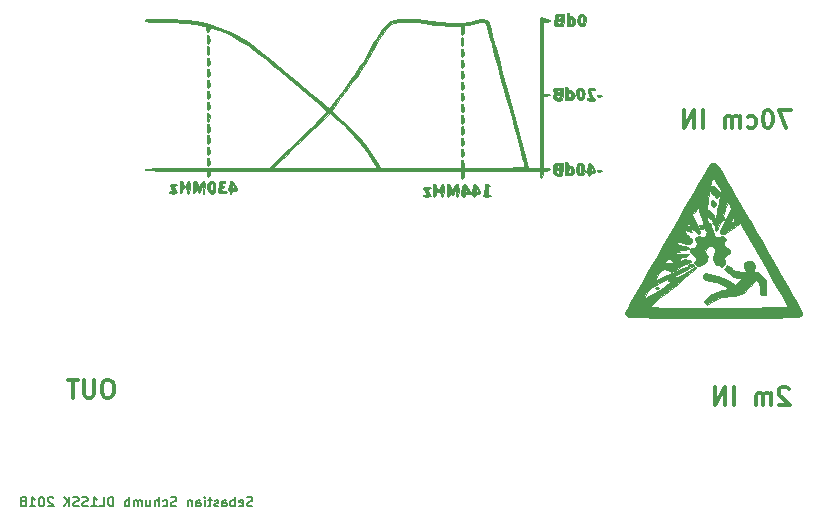
<source format=gbo>
G04 #@! TF.GenerationSoftware,KiCad,Pcbnew,(6.0.0-rc1-dev-163-g630631b41)*
G04 #@! TF.CreationDate,2018-08-07T22:42:02+02:00*
G04 #@! TF.ProjectId,diplexer,6469706C657865722E6B696361645F70,rev?*
G04 #@! TF.SameCoordinates,PX7270e00PY29020c0*
G04 #@! TF.FileFunction,Legend,Bot*
G04 #@! TF.FilePolarity,Positive*
%FSLAX46Y46*%
G04 Gerber Fmt 4.6, Leading zero omitted, Abs format (unit mm)*
G04 Created by KiCad (PCBNEW (6.0.0-rc1-dev-163-g630631b41)) date Tue Aug  7 22:42:02 2018*
%MOMM*%
%LPD*%
G01*
G04 APERTURE LIST*
%ADD10C,0.200000*%
%ADD11C,0.300000*%
%ADD12C,0.010000*%
%ADD13C,0.150000*%
%ADD14R,3.900000X3.900000*%
%ADD15R,5.480000X2.820000*%
%ADD16O,2.100000X2.100000*%
%ADD17R,2.100000X2.100000*%
G04 APERTURE END LIST*
D10*
X22524523Y-44318809D02*
X22410238Y-44356904D01*
X22219761Y-44356904D01*
X22143571Y-44318809D01*
X22105476Y-44280714D01*
X22067380Y-44204523D01*
X22067380Y-44128333D01*
X22105476Y-44052142D01*
X22143571Y-44014047D01*
X22219761Y-43975952D01*
X22372142Y-43937857D01*
X22448333Y-43899761D01*
X22486428Y-43861666D01*
X22524523Y-43785476D01*
X22524523Y-43709285D01*
X22486428Y-43633095D01*
X22448333Y-43595000D01*
X22372142Y-43556904D01*
X22181666Y-43556904D01*
X22067380Y-43595000D01*
X21419761Y-44318809D02*
X21495952Y-44356904D01*
X21648333Y-44356904D01*
X21724523Y-44318809D01*
X21762619Y-44242619D01*
X21762619Y-43937857D01*
X21724523Y-43861666D01*
X21648333Y-43823571D01*
X21495952Y-43823571D01*
X21419761Y-43861666D01*
X21381666Y-43937857D01*
X21381666Y-44014047D01*
X21762619Y-44090238D01*
X21038809Y-44356904D02*
X21038809Y-43556904D01*
X21038809Y-43861666D02*
X20962619Y-43823571D01*
X20810238Y-43823571D01*
X20734047Y-43861666D01*
X20695952Y-43899761D01*
X20657857Y-43975952D01*
X20657857Y-44204523D01*
X20695952Y-44280714D01*
X20734047Y-44318809D01*
X20810238Y-44356904D01*
X20962619Y-44356904D01*
X21038809Y-44318809D01*
X19972142Y-44356904D02*
X19972142Y-43937857D01*
X20010238Y-43861666D01*
X20086428Y-43823571D01*
X20238809Y-43823571D01*
X20315000Y-43861666D01*
X19972142Y-44318809D02*
X20048333Y-44356904D01*
X20238809Y-44356904D01*
X20315000Y-44318809D01*
X20353095Y-44242619D01*
X20353095Y-44166428D01*
X20315000Y-44090238D01*
X20238809Y-44052142D01*
X20048333Y-44052142D01*
X19972142Y-44014047D01*
X19629285Y-44318809D02*
X19553095Y-44356904D01*
X19400714Y-44356904D01*
X19324523Y-44318809D01*
X19286428Y-44242619D01*
X19286428Y-44204523D01*
X19324523Y-44128333D01*
X19400714Y-44090238D01*
X19515000Y-44090238D01*
X19591190Y-44052142D01*
X19629285Y-43975952D01*
X19629285Y-43937857D01*
X19591190Y-43861666D01*
X19515000Y-43823571D01*
X19400714Y-43823571D01*
X19324523Y-43861666D01*
X19057857Y-43823571D02*
X18753095Y-43823571D01*
X18943571Y-43556904D02*
X18943571Y-44242619D01*
X18905476Y-44318809D01*
X18829285Y-44356904D01*
X18753095Y-44356904D01*
X18486428Y-44356904D02*
X18486428Y-43823571D01*
X18486428Y-43556904D02*
X18524523Y-43595000D01*
X18486428Y-43633095D01*
X18448333Y-43595000D01*
X18486428Y-43556904D01*
X18486428Y-43633095D01*
X17762619Y-44356904D02*
X17762619Y-43937857D01*
X17800714Y-43861666D01*
X17876904Y-43823571D01*
X18029285Y-43823571D01*
X18105476Y-43861666D01*
X17762619Y-44318809D02*
X17838809Y-44356904D01*
X18029285Y-44356904D01*
X18105476Y-44318809D01*
X18143571Y-44242619D01*
X18143571Y-44166428D01*
X18105476Y-44090238D01*
X18029285Y-44052142D01*
X17838809Y-44052142D01*
X17762619Y-44014047D01*
X17381666Y-43823571D02*
X17381666Y-44356904D01*
X17381666Y-43899761D02*
X17343571Y-43861666D01*
X17267380Y-43823571D01*
X17153095Y-43823571D01*
X17076904Y-43861666D01*
X17038809Y-43937857D01*
X17038809Y-44356904D01*
X16086428Y-44318809D02*
X15972142Y-44356904D01*
X15781666Y-44356904D01*
X15705476Y-44318809D01*
X15667380Y-44280714D01*
X15629285Y-44204523D01*
X15629285Y-44128333D01*
X15667380Y-44052142D01*
X15705476Y-44014047D01*
X15781666Y-43975952D01*
X15934047Y-43937857D01*
X16010238Y-43899761D01*
X16048333Y-43861666D01*
X16086428Y-43785476D01*
X16086428Y-43709285D01*
X16048333Y-43633095D01*
X16010238Y-43595000D01*
X15934047Y-43556904D01*
X15743571Y-43556904D01*
X15629285Y-43595000D01*
X14943571Y-44318809D02*
X15019761Y-44356904D01*
X15172142Y-44356904D01*
X15248333Y-44318809D01*
X15286428Y-44280714D01*
X15324523Y-44204523D01*
X15324523Y-43975952D01*
X15286428Y-43899761D01*
X15248333Y-43861666D01*
X15172142Y-43823571D01*
X15019761Y-43823571D01*
X14943571Y-43861666D01*
X14600714Y-44356904D02*
X14600714Y-43556904D01*
X14257857Y-44356904D02*
X14257857Y-43937857D01*
X14295952Y-43861666D01*
X14372142Y-43823571D01*
X14486428Y-43823571D01*
X14562619Y-43861666D01*
X14600714Y-43899761D01*
X13534047Y-43823571D02*
X13534047Y-44356904D01*
X13876904Y-43823571D02*
X13876904Y-44242619D01*
X13838809Y-44318809D01*
X13762619Y-44356904D01*
X13648333Y-44356904D01*
X13572142Y-44318809D01*
X13534047Y-44280714D01*
X13153095Y-44356904D02*
X13153095Y-43823571D01*
X13153095Y-43899761D02*
X13115000Y-43861666D01*
X13038809Y-43823571D01*
X12924523Y-43823571D01*
X12848333Y-43861666D01*
X12810238Y-43937857D01*
X12810238Y-44356904D01*
X12810238Y-43937857D02*
X12772142Y-43861666D01*
X12695952Y-43823571D01*
X12581666Y-43823571D01*
X12505476Y-43861666D01*
X12467380Y-43937857D01*
X12467380Y-44356904D01*
X12086428Y-44356904D02*
X12086428Y-43556904D01*
X12086428Y-43861666D02*
X12010238Y-43823571D01*
X11857857Y-43823571D01*
X11781666Y-43861666D01*
X11743571Y-43899761D01*
X11705476Y-43975952D01*
X11705476Y-44204523D01*
X11743571Y-44280714D01*
X11781666Y-44318809D01*
X11857857Y-44356904D01*
X12010238Y-44356904D01*
X12086428Y-44318809D01*
X10753095Y-44356904D02*
X10753095Y-43556904D01*
X10562619Y-43556904D01*
X10448333Y-43595000D01*
X10372142Y-43671190D01*
X10334047Y-43747380D01*
X10295952Y-43899761D01*
X10295952Y-44014047D01*
X10334047Y-44166428D01*
X10372142Y-44242619D01*
X10448333Y-44318809D01*
X10562619Y-44356904D01*
X10753095Y-44356904D01*
X9572142Y-44356904D02*
X9953095Y-44356904D01*
X9953095Y-43556904D01*
X8886428Y-44356904D02*
X9343571Y-44356904D01*
X9115000Y-44356904D02*
X9115000Y-43556904D01*
X9191190Y-43671190D01*
X9267380Y-43747380D01*
X9343571Y-43785476D01*
X8581666Y-44318809D02*
X8467380Y-44356904D01*
X8276904Y-44356904D01*
X8200714Y-44318809D01*
X8162619Y-44280714D01*
X8124523Y-44204523D01*
X8124523Y-44128333D01*
X8162619Y-44052142D01*
X8200714Y-44014047D01*
X8276904Y-43975952D01*
X8429285Y-43937857D01*
X8505476Y-43899761D01*
X8543571Y-43861666D01*
X8581666Y-43785476D01*
X8581666Y-43709285D01*
X8543571Y-43633095D01*
X8505476Y-43595000D01*
X8429285Y-43556904D01*
X8238809Y-43556904D01*
X8124523Y-43595000D01*
X7819761Y-44318809D02*
X7705476Y-44356904D01*
X7515000Y-44356904D01*
X7438809Y-44318809D01*
X7400714Y-44280714D01*
X7362619Y-44204523D01*
X7362619Y-44128333D01*
X7400714Y-44052142D01*
X7438809Y-44014047D01*
X7515000Y-43975952D01*
X7667380Y-43937857D01*
X7743571Y-43899761D01*
X7781666Y-43861666D01*
X7819761Y-43785476D01*
X7819761Y-43709285D01*
X7781666Y-43633095D01*
X7743571Y-43595000D01*
X7667380Y-43556904D01*
X7476904Y-43556904D01*
X7362619Y-43595000D01*
X7019761Y-44356904D02*
X7019761Y-43556904D01*
X6562619Y-44356904D02*
X6905476Y-43899761D01*
X6562619Y-43556904D02*
X7019761Y-44014047D01*
X5648333Y-43633095D02*
X5610238Y-43595000D01*
X5534047Y-43556904D01*
X5343571Y-43556904D01*
X5267380Y-43595000D01*
X5229285Y-43633095D01*
X5191190Y-43709285D01*
X5191190Y-43785476D01*
X5229285Y-43899761D01*
X5686428Y-44356904D01*
X5191190Y-44356904D01*
X4695952Y-43556904D02*
X4619761Y-43556904D01*
X4543571Y-43595000D01*
X4505476Y-43633095D01*
X4467380Y-43709285D01*
X4429285Y-43861666D01*
X4429285Y-44052142D01*
X4467380Y-44204523D01*
X4505476Y-44280714D01*
X4543571Y-44318809D01*
X4619761Y-44356904D01*
X4695952Y-44356904D01*
X4772142Y-44318809D01*
X4810238Y-44280714D01*
X4848333Y-44204523D01*
X4886428Y-44052142D01*
X4886428Y-43861666D01*
X4848333Y-43709285D01*
X4810238Y-43633095D01*
X4772142Y-43595000D01*
X4695952Y-43556904D01*
X3667380Y-44356904D02*
X4124523Y-44356904D01*
X3895952Y-44356904D02*
X3895952Y-43556904D01*
X3972142Y-43671190D01*
X4048333Y-43747380D01*
X4124523Y-43785476D01*
X3210238Y-43899761D02*
X3286428Y-43861666D01*
X3324523Y-43823571D01*
X3362619Y-43747380D01*
X3362619Y-43709285D01*
X3324523Y-43633095D01*
X3286428Y-43595000D01*
X3210238Y-43556904D01*
X3057857Y-43556904D01*
X2981666Y-43595000D01*
X2943571Y-43633095D01*
X2905476Y-43709285D01*
X2905476Y-43747380D01*
X2943571Y-43823571D01*
X2981666Y-43861666D01*
X3057857Y-43899761D01*
X3210238Y-43899761D01*
X3286428Y-43937857D01*
X3324523Y-43975952D01*
X3362619Y-44052142D01*
X3362619Y-44204523D01*
X3324523Y-44280714D01*
X3286428Y-44318809D01*
X3210238Y-44356904D01*
X3057857Y-44356904D01*
X2981666Y-44318809D01*
X2943571Y-44280714D01*
X2905476Y-44204523D01*
X2905476Y-44052142D01*
X2943571Y-43975952D01*
X2981666Y-43937857D01*
X3057857Y-43899761D01*
D11*
X10405000Y-33648571D02*
X10119285Y-33648571D01*
X9976428Y-33720000D01*
X9833571Y-33862857D01*
X9762142Y-34148571D01*
X9762142Y-34648571D01*
X9833571Y-34934285D01*
X9976428Y-35077142D01*
X10119285Y-35148571D01*
X10405000Y-35148571D01*
X10547857Y-35077142D01*
X10690714Y-34934285D01*
X10762142Y-34648571D01*
X10762142Y-34148571D01*
X10690714Y-33862857D01*
X10547857Y-33720000D01*
X10405000Y-33648571D01*
X9119285Y-33648571D02*
X9119285Y-34862857D01*
X9047857Y-35005714D01*
X8976428Y-35077142D01*
X8833571Y-35148571D01*
X8547857Y-35148571D01*
X8405000Y-35077142D01*
X8333571Y-35005714D01*
X8262142Y-34862857D01*
X8262142Y-33648571D01*
X7762142Y-33648571D02*
X6905000Y-33648571D01*
X7333571Y-35148571D02*
X7333571Y-33648571D01*
X67927857Y-34426428D02*
X67856428Y-34355000D01*
X67713571Y-34283571D01*
X67356428Y-34283571D01*
X67213571Y-34355000D01*
X67142142Y-34426428D01*
X67070714Y-34569285D01*
X67070714Y-34712142D01*
X67142142Y-34926428D01*
X67999285Y-35783571D01*
X67070714Y-35783571D01*
X66427857Y-35783571D02*
X66427857Y-34783571D01*
X66427857Y-34926428D02*
X66356428Y-34855000D01*
X66213571Y-34783571D01*
X65999285Y-34783571D01*
X65856428Y-34855000D01*
X65785000Y-34997857D01*
X65785000Y-35783571D01*
X65785000Y-34997857D02*
X65713571Y-34855000D01*
X65570714Y-34783571D01*
X65356428Y-34783571D01*
X65213571Y-34855000D01*
X65142142Y-34997857D01*
X65142142Y-35783571D01*
X63285000Y-35783571D02*
X63285000Y-34283571D01*
X62570714Y-35783571D02*
X62570714Y-34283571D01*
X61713571Y-35783571D01*
X61713571Y-34283571D01*
X68086428Y-10788571D02*
X67086428Y-10788571D01*
X67729285Y-12288571D01*
X66229285Y-10788571D02*
X66086428Y-10788571D01*
X65943571Y-10860000D01*
X65872142Y-10931428D01*
X65800714Y-11074285D01*
X65729285Y-11360000D01*
X65729285Y-11717142D01*
X65800714Y-12002857D01*
X65872142Y-12145714D01*
X65943571Y-12217142D01*
X66086428Y-12288571D01*
X66229285Y-12288571D01*
X66372142Y-12217142D01*
X66443571Y-12145714D01*
X66515000Y-12002857D01*
X66586428Y-11717142D01*
X66586428Y-11360000D01*
X66515000Y-11074285D01*
X66443571Y-10931428D01*
X66372142Y-10860000D01*
X66229285Y-10788571D01*
X64443571Y-12217142D02*
X64586428Y-12288571D01*
X64872142Y-12288571D01*
X65015000Y-12217142D01*
X65086428Y-12145714D01*
X65157857Y-12002857D01*
X65157857Y-11574285D01*
X65086428Y-11431428D01*
X65015000Y-11360000D01*
X64872142Y-11288571D01*
X64586428Y-11288571D01*
X64443571Y-11360000D01*
X63800714Y-12288571D02*
X63800714Y-11288571D01*
X63800714Y-11431428D02*
X63729285Y-11360000D01*
X63586428Y-11288571D01*
X63372142Y-11288571D01*
X63229285Y-11360000D01*
X63157857Y-11502857D01*
X63157857Y-12288571D01*
X63157857Y-11502857D02*
X63086428Y-11360000D01*
X62943571Y-11288571D01*
X62729285Y-11288571D01*
X62586428Y-11360000D01*
X62515000Y-11502857D01*
X62515000Y-12288571D01*
X60657857Y-12288571D02*
X60657857Y-10788571D01*
X59943571Y-12288571D02*
X59943571Y-10788571D01*
X59086428Y-12288571D01*
X59086428Y-10788571D01*
D12*
G04 #@! TO.C,G\002A\002A\002A*
G36*
X61388950Y-18535002D02*
X61374589Y-18723471D01*
X61410374Y-18912246D01*
X61518687Y-18975165D01*
X61540875Y-18976000D01*
X61698739Y-18915145D01*
X61749926Y-18845846D01*
X61738214Y-18708966D01*
X61650611Y-18554322D01*
X61532645Y-18442166D01*
X61435056Y-18429134D01*
X61388950Y-18535002D01*
X61388950Y-18535002D01*
G37*
X61388950Y-18535002D02*
X61374589Y-18723471D01*
X61410374Y-18912246D01*
X61518687Y-18975165D01*
X61540875Y-18976000D01*
X61698739Y-18915145D01*
X61749926Y-18845846D01*
X61738214Y-18708966D01*
X61650611Y-18554322D01*
X61532645Y-18442166D01*
X61435056Y-18429134D01*
X61388950Y-18535002D01*
G36*
X56757313Y-25770445D02*
X56636996Y-25820873D01*
X56604963Y-25874217D01*
X56663993Y-25967205D01*
X56824261Y-25955550D01*
X56847500Y-25946889D01*
X56945639Y-25855306D01*
X56953333Y-25821056D01*
X56890472Y-25766277D01*
X56757313Y-25770445D01*
X56757313Y-25770445D01*
G37*
X56757313Y-25770445D02*
X56636996Y-25820873D01*
X56604963Y-25874217D01*
X56663993Y-25967205D01*
X56824261Y-25955550D01*
X56847500Y-25946889D01*
X56945639Y-25855306D01*
X56953333Y-25821056D01*
X56890472Y-25766277D01*
X56757313Y-25770445D01*
G36*
X60366097Y-20563900D02*
X60374741Y-20704159D01*
X60426693Y-20843612D01*
X60488162Y-20902165D01*
X60608923Y-20870993D01*
X60635863Y-20839427D01*
X60633975Y-20709626D01*
X60544017Y-20569126D01*
X60419509Y-20500111D01*
X60414831Y-20500000D01*
X60366097Y-20563900D01*
X60366097Y-20563900D01*
G37*
X60366097Y-20563900D02*
X60374741Y-20704159D01*
X60426693Y-20843612D01*
X60488162Y-20902165D01*
X60608923Y-20870993D01*
X60635863Y-20839427D01*
X60633975Y-20709626D01*
X60544017Y-20569126D01*
X60419509Y-20500111D01*
X60414831Y-20500000D01*
X60366097Y-20563900D01*
G36*
X64460545Y-23574026D02*
X64263373Y-23686648D01*
X64136250Y-23871134D01*
X64115566Y-24098135D01*
X64187503Y-24272177D01*
X64323237Y-24479333D01*
X63891034Y-24479333D01*
X63603267Y-24461089D01*
X63382396Y-24385557D01*
X63144790Y-24221535D01*
X63097584Y-24183318D01*
X62736336Y-23887302D01*
X62577411Y-24062912D01*
X62498092Y-24161291D01*
X62485752Y-24244831D01*
X62558125Y-24350493D01*
X62732948Y-24515243D01*
X62839743Y-24609675D01*
X63104916Y-24824775D01*
X63314493Y-24939571D01*
X63523963Y-24981566D01*
X63595109Y-24984080D01*
X63929217Y-24987333D01*
X63365819Y-25568613D01*
X62818268Y-25222803D01*
X62402694Y-24993254D01*
X61969771Y-24832088D01*
X61538889Y-24727453D01*
X61154776Y-24655572D01*
X60905751Y-24633636D01*
X60762903Y-24669422D01*
X60697320Y-24770706D01*
X60680092Y-24945267D01*
X60679963Y-24958517D01*
X60697827Y-25056445D01*
X60776243Y-25124446D01*
X60949927Y-25178536D01*
X61253598Y-25234731D01*
X61292500Y-25241091D01*
X61771563Y-25351243D01*
X62175336Y-25526733D01*
X62372000Y-25646072D01*
X62837666Y-25951328D01*
X62292536Y-26062681D01*
X61652761Y-26277835D01*
X61294639Y-26485867D01*
X60995935Y-26696910D01*
X60820767Y-26843409D01*
X60750611Y-26952973D01*
X60766943Y-27053212D01*
X60842047Y-27160461D01*
X60990744Y-27343923D01*
X61506784Y-27004798D01*
X61762455Y-26845520D01*
X61985269Y-26737116D01*
X62227867Y-26662695D01*
X62542893Y-26605364D01*
X62897149Y-26558650D01*
X63293606Y-26500516D01*
X63652438Y-26430744D01*
X63923651Y-26359900D01*
X64025784Y-26320118D01*
X64203292Y-26189523D01*
X64434040Y-25967942D01*
X64671062Y-25700888D01*
X64693939Y-25672638D01*
X64896219Y-25429106D01*
X65060294Y-25247510D01*
X65156677Y-25160071D01*
X65166104Y-25156667D01*
X65316123Y-25235013D01*
X65430823Y-25447307D01*
X65495581Y-25759434D01*
X65504666Y-25946500D01*
X65508578Y-26217913D01*
X65534788Y-26361043D01*
X65605012Y-26416940D01*
X65740965Y-26426655D01*
X65758666Y-26426667D01*
X66012666Y-26426667D01*
X66012666Y-25816038D01*
X66008492Y-25495665D01*
X65981660Y-25285962D01*
X65910704Y-25128270D01*
X65774159Y-24963931D01*
X65656372Y-24842371D01*
X65398334Y-24615975D01*
X65204500Y-24507555D01*
X64799111Y-24507555D01*
X64787489Y-24557890D01*
X64742666Y-24564000D01*
X64672976Y-24533022D01*
X64678882Y-24521667D01*
X64488666Y-24521667D01*
X64446333Y-24564000D01*
X64404000Y-24521667D01*
X64446333Y-24479333D01*
X64488666Y-24521667D01*
X64678882Y-24521667D01*
X64686222Y-24507555D01*
X64786702Y-24497422D01*
X64799111Y-24507555D01*
X65204500Y-24507555D01*
X65179813Y-24493747D01*
X65103059Y-24479333D01*
X64965829Y-24459132D01*
X64966930Y-24369577D01*
X64993688Y-24315566D01*
X65076695Y-24024146D01*
X64999566Y-23772274D01*
X64919487Y-23681776D01*
X64691380Y-23562618D01*
X64460545Y-23574026D01*
X64460545Y-23574026D01*
G37*
X64460545Y-23574026D02*
X64263373Y-23686648D01*
X64136250Y-23871134D01*
X64115566Y-24098135D01*
X64187503Y-24272177D01*
X64323237Y-24479333D01*
X63891034Y-24479333D01*
X63603267Y-24461089D01*
X63382396Y-24385557D01*
X63144790Y-24221535D01*
X63097584Y-24183318D01*
X62736336Y-23887302D01*
X62577411Y-24062912D01*
X62498092Y-24161291D01*
X62485752Y-24244831D01*
X62558125Y-24350493D01*
X62732948Y-24515243D01*
X62839743Y-24609675D01*
X63104916Y-24824775D01*
X63314493Y-24939571D01*
X63523963Y-24981566D01*
X63595109Y-24984080D01*
X63929217Y-24987333D01*
X63365819Y-25568613D01*
X62818268Y-25222803D01*
X62402694Y-24993254D01*
X61969771Y-24832088D01*
X61538889Y-24727453D01*
X61154776Y-24655572D01*
X60905751Y-24633636D01*
X60762903Y-24669422D01*
X60697320Y-24770706D01*
X60680092Y-24945267D01*
X60679963Y-24958517D01*
X60697827Y-25056445D01*
X60776243Y-25124446D01*
X60949927Y-25178536D01*
X61253598Y-25234731D01*
X61292500Y-25241091D01*
X61771563Y-25351243D01*
X62175336Y-25526733D01*
X62372000Y-25646072D01*
X62837666Y-25951328D01*
X62292536Y-26062681D01*
X61652761Y-26277835D01*
X61294639Y-26485867D01*
X60995935Y-26696910D01*
X60820767Y-26843409D01*
X60750611Y-26952973D01*
X60766943Y-27053212D01*
X60842047Y-27160461D01*
X60990744Y-27343923D01*
X61506784Y-27004798D01*
X61762455Y-26845520D01*
X61985269Y-26737116D01*
X62227867Y-26662695D01*
X62542893Y-26605364D01*
X62897149Y-26558650D01*
X63293606Y-26500516D01*
X63652438Y-26430744D01*
X63923651Y-26359900D01*
X64025784Y-26320118D01*
X64203292Y-26189523D01*
X64434040Y-25967942D01*
X64671062Y-25700888D01*
X64693939Y-25672638D01*
X64896219Y-25429106D01*
X65060294Y-25247510D01*
X65156677Y-25160071D01*
X65166104Y-25156667D01*
X65316123Y-25235013D01*
X65430823Y-25447307D01*
X65495581Y-25759434D01*
X65504666Y-25946500D01*
X65508578Y-26217913D01*
X65534788Y-26361043D01*
X65605012Y-26416940D01*
X65740965Y-26426655D01*
X65758666Y-26426667D01*
X66012666Y-26426667D01*
X66012666Y-25816038D01*
X66008492Y-25495665D01*
X65981660Y-25285962D01*
X65910704Y-25128270D01*
X65774159Y-24963931D01*
X65656372Y-24842371D01*
X65398334Y-24615975D01*
X65204500Y-24507555D01*
X64799111Y-24507555D01*
X64787489Y-24557890D01*
X64742666Y-24564000D01*
X64672976Y-24533022D01*
X64678882Y-24521667D01*
X64488666Y-24521667D01*
X64446333Y-24564000D01*
X64404000Y-24521667D01*
X64446333Y-24479333D01*
X64488666Y-24521667D01*
X64678882Y-24521667D01*
X64686222Y-24507555D01*
X64786702Y-24497422D01*
X64799111Y-24507555D01*
X65204500Y-24507555D01*
X65179813Y-24493747D01*
X65103059Y-24479333D01*
X64965829Y-24459132D01*
X64966930Y-24369577D01*
X64993688Y-24315566D01*
X65076695Y-24024146D01*
X64999566Y-23772274D01*
X64919487Y-23681776D01*
X64691380Y-23562618D01*
X64460545Y-23574026D01*
G36*
X61380939Y-15309116D02*
X61202725Y-15501761D01*
X61159169Y-15568167D01*
X61031490Y-15778281D01*
X60835283Y-16109697D01*
X60578061Y-16549259D01*
X60267339Y-17083811D01*
X59910631Y-17700197D01*
X59515450Y-18385261D01*
X59089310Y-19125849D01*
X58639725Y-19908804D01*
X58174209Y-20720970D01*
X57700276Y-21549191D01*
X57225441Y-22380313D01*
X56757216Y-23201178D01*
X56303115Y-23998633D01*
X55870654Y-24759520D01*
X55467344Y-25470683D01*
X55100702Y-26118969D01*
X54778239Y-26691219D01*
X54507471Y-27174280D01*
X54295911Y-27554994D01*
X54151072Y-27820207D01*
X54080470Y-27956763D01*
X54074667Y-27972083D01*
X54132901Y-28119698D01*
X54229500Y-28233878D01*
X54267503Y-28258717D01*
X54330179Y-28280459D01*
X54428224Y-28299309D01*
X54572336Y-28315469D01*
X54773211Y-28329143D01*
X55041546Y-28340534D01*
X55388040Y-28349847D01*
X55823389Y-28357286D01*
X56358289Y-28363053D01*
X57003439Y-28367352D01*
X57769535Y-28370388D01*
X58667275Y-28372363D01*
X59707356Y-28373482D01*
X60900474Y-28373948D01*
X61589452Y-28374000D01*
X62866517Y-28373798D01*
X63984928Y-28373056D01*
X64955364Y-28371570D01*
X65788503Y-28369136D01*
X66495024Y-28365549D01*
X67085605Y-28360607D01*
X67570926Y-28354104D01*
X67961666Y-28345837D01*
X68268503Y-28335601D01*
X68502115Y-28323193D01*
X68673182Y-28308409D01*
X68792382Y-28291044D01*
X68870395Y-28270894D01*
X68917898Y-28247755D01*
X68934935Y-28233637D01*
X69033147Y-28050702D01*
X69040586Y-27916137D01*
X68995273Y-27823230D01*
X68872936Y-27596939D01*
X68792707Y-27452018D01*
X67861222Y-27452018D01*
X67783647Y-27465493D01*
X67548036Y-27478025D01*
X67165687Y-27489470D01*
X66647894Y-27499681D01*
X66005954Y-27508515D01*
X65251163Y-27515825D01*
X64394817Y-27521467D01*
X63448212Y-27525296D01*
X62422645Y-27527166D01*
X61998055Y-27527333D01*
X61016179Y-27526897D01*
X60085520Y-27525635D01*
X59219669Y-27523619D01*
X58432213Y-27520923D01*
X57736742Y-27517617D01*
X57146844Y-27513774D01*
X56676108Y-27509465D01*
X56338122Y-27504763D01*
X56146476Y-27499740D01*
X56106666Y-27496113D01*
X56169520Y-27436649D01*
X56347471Y-27283237D01*
X56624607Y-27049212D01*
X56985016Y-26747910D01*
X57412785Y-26392668D01*
X57892001Y-25996822D01*
X58096333Y-25828617D01*
X58680913Y-25346198D01*
X57853929Y-25346198D01*
X57840742Y-25404716D01*
X57746162Y-25499121D01*
X57554147Y-25642893D01*
X57248655Y-25849513D01*
X56854703Y-26105982D01*
X56466693Y-26354460D01*
X56128357Y-26567518D01*
X55865253Y-26729347D01*
X55702938Y-26824139D01*
X55664393Y-26842282D01*
X55671882Y-26780156D01*
X55750127Y-26609760D01*
X55882268Y-26367725D01*
X55884904Y-26363167D01*
X56026538Y-26133719D01*
X56166004Y-25961509D01*
X56342234Y-25813767D01*
X56594160Y-25657721D01*
X56951367Y-25465496D01*
X57265504Y-25306556D01*
X57508486Y-25194319D01*
X57652570Y-25140883D01*
X57677916Y-25148712D01*
X57698396Y-25246433D01*
X57801764Y-25310083D01*
X57853929Y-25346198D01*
X58680913Y-25346198D01*
X58695352Y-25334283D01*
X59172239Y-24936384D01*
X59537170Y-24625671D01*
X59800317Y-24392898D01*
X59971857Y-24228815D01*
X60061964Y-24124176D01*
X60080812Y-24069733D01*
X60046580Y-24056000D01*
X59963621Y-24099362D01*
X59771012Y-24216387D01*
X59500441Y-24387482D01*
X59280984Y-24529345D01*
X58858524Y-24784518D01*
X58555122Y-24921824D01*
X58371414Y-24941064D01*
X58319749Y-24860333D01*
X58223333Y-24860333D01*
X58181000Y-24902667D01*
X58138666Y-24860333D01*
X58181000Y-24818000D01*
X58223333Y-24860333D01*
X58319749Y-24860333D01*
X58308037Y-24842033D01*
X58308000Y-24838074D01*
X58379535Y-24774630D01*
X58572627Y-24658768D01*
X58855007Y-24508858D01*
X59091166Y-24392229D01*
X59420916Y-24233433D01*
X59689451Y-24103160D01*
X59862892Y-24017899D01*
X59909611Y-23993812D01*
X59905705Y-23936529D01*
X59736916Y-23867899D01*
X59641326Y-23842037D01*
X59470280Y-23820615D01*
X59410881Y-23886225D01*
X59408666Y-23919821D01*
X59368042Y-24038299D01*
X59328776Y-24056000D01*
X59229385Y-24090338D01*
X59003474Y-24185559D01*
X58677515Y-24329968D01*
X58277980Y-24511873D01*
X57910609Y-24682412D01*
X57475256Y-24884486D01*
X57096521Y-25057036D01*
X56799455Y-25188914D01*
X56609106Y-25268973D01*
X56549931Y-25287954D01*
X56575083Y-25209402D01*
X56663535Y-25029006D01*
X56753025Y-24863626D01*
X56967691Y-24563352D01*
X57207478Y-24360687D01*
X57441985Y-24272437D01*
X57640814Y-24315411D01*
X57682511Y-24349750D01*
X57872898Y-24457465D01*
X57996547Y-24479017D01*
X58188529Y-24437889D01*
X58406298Y-24337007D01*
X58595897Y-24209288D01*
X58703372Y-24087653D01*
X58710511Y-24043413D01*
X58774181Y-23969547D01*
X58966953Y-23883662D01*
X59175833Y-23821586D01*
X59474749Y-23726546D01*
X59597166Y-23653864D01*
X58338498Y-23653864D01*
X58336178Y-23671778D01*
X58177594Y-23709107D01*
X58138666Y-23717333D01*
X57749624Y-23783406D01*
X57512981Y-23784985D01*
X57424457Y-23721799D01*
X57431618Y-23672648D01*
X57569318Y-23507767D01*
X57791444Y-23397488D01*
X57918776Y-23378667D01*
X58009358Y-23432910D01*
X57999951Y-23505667D01*
X58010585Y-23602110D01*
X58158812Y-23641756D01*
X58193108Y-23643812D01*
X58338498Y-23653864D01*
X59597166Y-23653864D01*
X59638262Y-23629465D01*
X59662666Y-23579594D01*
X59610385Y-23499376D01*
X59451000Y-23513232D01*
X59284729Y-23524084D01*
X59239333Y-23472512D01*
X59188696Y-23385374D01*
X59062107Y-23419075D01*
X58955095Y-23505667D01*
X58779856Y-23610979D01*
X58673881Y-23631370D01*
X58575689Y-23615166D01*
X58635588Y-23556650D01*
X58636347Y-23556169D01*
X58708970Y-23446395D01*
X58696384Y-23390615D01*
X58721995Y-23307211D01*
X58854870Y-23254149D01*
X59117219Y-23199558D01*
X59281666Y-23165387D01*
X59440675Y-23099855D01*
X59493333Y-23026283D01*
X59435162Y-22983046D01*
X59250261Y-22965471D01*
X58923054Y-22972899D01*
X58638945Y-22989971D01*
X58216151Y-23012503D01*
X57952876Y-23010302D01*
X57841081Y-22983063D01*
X57839609Y-22959741D01*
X57949358Y-22908916D01*
X58169576Y-22876666D01*
X58329930Y-22870667D01*
X58587364Y-22851309D01*
X58683165Y-22804049D01*
X58619185Y-22745105D01*
X58397276Y-22690694D01*
X58308000Y-22678586D01*
X58252960Y-22662324D01*
X58347016Y-22647043D01*
X58569932Y-22634947D01*
X58752500Y-22630216D01*
X59129113Y-22616573D01*
X59361168Y-22589515D01*
X59473195Y-22544771D01*
X59493333Y-22501236D01*
X59412023Y-22413875D01*
X59181037Y-22326010D01*
X58982855Y-22277474D01*
X58622393Y-22182908D01*
X58429774Y-22087474D01*
X58403507Y-21990339D01*
X58423573Y-21964871D01*
X58524118Y-21959314D01*
X58739478Y-21991929D01*
X58998215Y-22049704D01*
X59287554Y-22118263D01*
X59459229Y-22140430D01*
X59558633Y-22115491D01*
X59631158Y-22042730D01*
X59633471Y-22039700D01*
X59647020Y-22016383D01*
X59548662Y-22016383D01*
X59431066Y-21977074D01*
X59210080Y-21863746D01*
X59106243Y-21804288D01*
X58892793Y-21664618D01*
X58757007Y-21547746D01*
X58731333Y-21503168D01*
X58792595Y-21486263D01*
X58954633Y-21556526D01*
X59184824Y-21696823D01*
X59414259Y-21861839D01*
X59548013Y-21978896D01*
X59548662Y-22016383D01*
X59647020Y-22016383D01*
X59721534Y-21888150D01*
X59716131Y-21750622D01*
X59602237Y-21590599D01*
X59364826Y-21371563D01*
X59355143Y-21363275D01*
X59122772Y-21137316D01*
X59023203Y-20980383D01*
X59053507Y-20905243D01*
X59210754Y-20924659D01*
X59433730Y-21020786D01*
X59624797Y-21112715D01*
X59709156Y-21130672D01*
X59684733Y-21060943D01*
X59549455Y-20889813D01*
X59385150Y-20699432D01*
X59287327Y-20538684D01*
X59317632Y-20461602D01*
X59458996Y-20442127D01*
X59534652Y-20538877D01*
X59523362Y-20628535D01*
X59553738Y-20753786D01*
X59675226Y-20827773D01*
X59886612Y-20951079D01*
X60035622Y-21082950D01*
X60195498Y-21213666D01*
X60340327Y-21262111D01*
X60420522Y-21215180D01*
X60424666Y-21185763D01*
X60391226Y-21080355D01*
X60301314Y-20859140D01*
X60170547Y-20559537D01*
X60080457Y-20360946D01*
X59736248Y-19612365D01*
X59953457Y-19439169D01*
X60113091Y-19249788D01*
X60170666Y-19064542D01*
X60178571Y-18936360D01*
X60205662Y-18916694D01*
X60257010Y-19017481D01*
X60337682Y-19250660D01*
X60452749Y-19628169D01*
X60546186Y-19948961D01*
X60664523Y-20338166D01*
X60775998Y-20666610D01*
X60868306Y-20900427D01*
X60929144Y-21005750D01*
X60930464Y-21006639D01*
X60985086Y-21125519D01*
X60964513Y-21310749D01*
X60887276Y-21487652D01*
X60789060Y-21576421D01*
X60628328Y-21574214D01*
X60462111Y-21513383D01*
X60289479Y-21449397D01*
X60151301Y-21503190D01*
X60086107Y-21558236D01*
X59972070Y-21684928D01*
X59979637Y-21800532D01*
X60045468Y-21911632D01*
X60120905Y-22140600D01*
X60056265Y-22330995D01*
X59873685Y-22437918D01*
X59781323Y-22447333D01*
X59635510Y-22467871D01*
X59587114Y-22563668D01*
X59593802Y-22719173D01*
X59649755Y-22929818D01*
X59787012Y-23028552D01*
X59824157Y-23038638D01*
X60024011Y-23151970D01*
X60103476Y-23337313D01*
X60042854Y-23540376D01*
X60017726Y-23572155D01*
X59934136Y-23695551D01*
X59968851Y-23799559D01*
X60049007Y-23884943D01*
X60180250Y-23985663D01*
X60324996Y-23999715D01*
X60525135Y-23947583D01*
X60758554Y-23837034D01*
X60907040Y-23651922D01*
X60968857Y-23513603D01*
X61045781Y-23291064D01*
X61050505Y-23157689D01*
X60983749Y-23049815D01*
X60974222Y-23039140D01*
X60859911Y-22803872D01*
X60887043Y-22552321D01*
X60981047Y-22411047D01*
X61188554Y-22290107D01*
X61392780Y-22303335D01*
X61563338Y-22417749D01*
X61669843Y-22600368D01*
X61681908Y-22818209D01*
X61569147Y-23038291D01*
X61564119Y-23043920D01*
X61489076Y-23151611D01*
X61483424Y-23274349D01*
X61548316Y-23474128D01*
X61573312Y-23537420D01*
X61682484Y-23749057D01*
X61793843Y-23873125D01*
X61832008Y-23886667D01*
X61996839Y-23929304D01*
X62114412Y-23988742D01*
X62261544Y-24042940D01*
X62402661Y-23975618D01*
X62452646Y-23932639D01*
X62569593Y-23803561D01*
X62563300Y-23687519D01*
X62497198Y-23575701D01*
X62423455Y-23344483D01*
X62494329Y-23147896D01*
X62689981Y-23032560D01*
X62731648Y-23024746D01*
X62872238Y-22964792D01*
X62920586Y-22807118D01*
X62922333Y-22743667D01*
X62892312Y-22552131D01*
X62779097Y-22471652D01*
X62731648Y-22462587D01*
X62517827Y-22364623D01*
X62425602Y-22177930D01*
X62474812Y-21949128D01*
X62497198Y-21911632D01*
X62578801Y-21756272D01*
X62545337Y-21646680D01*
X62456559Y-21558236D01*
X62305511Y-21455639D01*
X62157812Y-21475330D01*
X62080556Y-21513383D01*
X61870836Y-21584842D01*
X61711469Y-21530901D01*
X61583484Y-21336372D01*
X61480735Y-21033179D01*
X61385968Y-20694820D01*
X61321781Y-20487435D01*
X61272949Y-20378976D01*
X61224248Y-20337399D01*
X61160454Y-20330654D01*
X61146990Y-20330667D01*
X61056749Y-20277506D01*
X61024171Y-20098636D01*
X61024017Y-20013167D01*
X61037617Y-19838143D01*
X61063504Y-19785758D01*
X61073406Y-19801500D01*
X61175800Y-19899782D01*
X61215689Y-19907333D01*
X61346263Y-19978899D01*
X61449645Y-20142582D01*
X61483316Y-20321862D01*
X61472569Y-20369653D01*
X61483622Y-20480316D01*
X61558930Y-20500000D01*
X61653993Y-20547046D01*
X61677470Y-20711326D01*
X61673822Y-20775167D01*
X61683378Y-20989234D01*
X61745678Y-21058907D01*
X61843339Y-20993923D01*
X61958980Y-20804019D01*
X62055147Y-20561557D01*
X62172459Y-20262530D01*
X62277324Y-20115914D01*
X62349753Y-20095891D01*
X62475195Y-20069084D01*
X62520486Y-19980769D01*
X62457122Y-19901247D01*
X62431913Y-19893277D01*
X62381707Y-19849045D01*
X62381543Y-19732005D01*
X62435757Y-19512950D01*
X62533852Y-19206750D01*
X62754582Y-18548500D01*
X62914633Y-18845696D01*
X63074683Y-19142891D01*
X62551218Y-20155640D01*
X62341930Y-20563157D01*
X62203036Y-20846480D01*
X62126430Y-21031453D01*
X62104009Y-21143921D01*
X62127668Y-21209731D01*
X62189304Y-21254727D01*
X62204073Y-21262753D01*
X62302332Y-21293923D01*
X62422021Y-21273388D01*
X62593671Y-21186969D01*
X62847810Y-21020489D01*
X63082841Y-20854661D01*
X63785288Y-20352206D01*
X65809144Y-23864454D01*
X66215182Y-24569638D01*
X66595188Y-25230641D01*
X66940813Y-25832871D01*
X67243711Y-26361734D01*
X67495533Y-26802635D01*
X67687933Y-27140983D01*
X67812562Y-27362182D01*
X67861073Y-27451640D01*
X67861222Y-27452018D01*
X68792707Y-27452018D01*
X68681173Y-27250551D01*
X68427582Y-26797356D01*
X68119759Y-26250642D01*
X67765302Y-25623698D01*
X67371809Y-24929812D01*
X66946876Y-24182272D01*
X66498102Y-23394369D01*
X66033083Y-22579389D01*
X65559418Y-21750622D01*
X65084703Y-20921356D01*
X64616535Y-20104880D01*
X64579261Y-20039989D01*
X63286172Y-20039989D01*
X63263025Y-20154953D01*
X63173707Y-20305185D01*
X63066877Y-20316772D01*
X63019504Y-20266233D01*
X63028674Y-20163961D01*
X63105877Y-20031900D01*
X63203601Y-19934697D01*
X63267856Y-19928300D01*
X63286172Y-20039989D01*
X64579261Y-20039989D01*
X64162513Y-19314483D01*
X63730234Y-18563452D01*
X63486146Y-18140397D01*
X62109134Y-18140397D01*
X62095080Y-18214000D01*
X62059174Y-18389672D01*
X62000906Y-18681025D01*
X61930349Y-19037544D01*
X61896675Y-19208833D01*
X61824678Y-19547030D01*
X61757545Y-19811801D01*
X61705079Y-19966756D01*
X61685705Y-19992000D01*
X61625010Y-19920414D01*
X61574691Y-19778180D01*
X61482907Y-19569188D01*
X61340806Y-19389071D01*
X61191025Y-19281595D01*
X61089478Y-19280072D01*
X61037985Y-19253294D01*
X61032180Y-19075279D01*
X61046535Y-18923327D01*
X61084470Y-18590172D01*
X61127168Y-18204916D01*
X61147625Y-18016324D01*
X61200644Y-17522314D01*
X61454980Y-17868157D01*
X61652844Y-18105057D01*
X61808210Y-18201240D01*
X61950774Y-18169159D01*
X62027331Y-18108167D01*
X62103274Y-18058372D01*
X62109134Y-18140397D01*
X63486146Y-18140397D01*
X63327295Y-17865078D01*
X63227313Y-17692313D01*
X62202666Y-17692313D01*
X62163274Y-17788869D01*
X62062240Y-17755042D01*
X61925282Y-17605508D01*
X61851265Y-17491763D01*
X61688829Y-17281016D01*
X61544725Y-17233600D01*
X61536621Y-17235830D01*
X61342926Y-17253300D01*
X61267710Y-17157416D01*
X61315532Y-16960108D01*
X61382981Y-16833785D01*
X61573409Y-16518260D01*
X61888038Y-17056110D01*
X62041796Y-17331584D01*
X62153877Y-17556464D01*
X62202192Y-17686086D01*
X62202666Y-17692313D01*
X63227313Y-17692313D01*
X62961293Y-17232647D01*
X62639826Y-16679450D01*
X62370491Y-16218774D01*
X62160885Y-15863908D01*
X62018607Y-15628140D01*
X61980971Y-15568167D01*
X61794565Y-15339822D01*
X61609138Y-15253155D01*
X61567527Y-15250667D01*
X61380939Y-15309116D01*
X61380939Y-15309116D01*
G37*
X61380939Y-15309116D02*
X61202725Y-15501761D01*
X61159169Y-15568167D01*
X61031490Y-15778281D01*
X60835283Y-16109697D01*
X60578061Y-16549259D01*
X60267339Y-17083811D01*
X59910631Y-17700197D01*
X59515450Y-18385261D01*
X59089310Y-19125849D01*
X58639725Y-19908804D01*
X58174209Y-20720970D01*
X57700276Y-21549191D01*
X57225441Y-22380313D01*
X56757216Y-23201178D01*
X56303115Y-23998633D01*
X55870654Y-24759520D01*
X55467344Y-25470683D01*
X55100702Y-26118969D01*
X54778239Y-26691219D01*
X54507471Y-27174280D01*
X54295911Y-27554994D01*
X54151072Y-27820207D01*
X54080470Y-27956763D01*
X54074667Y-27972083D01*
X54132901Y-28119698D01*
X54229500Y-28233878D01*
X54267503Y-28258717D01*
X54330179Y-28280459D01*
X54428224Y-28299309D01*
X54572336Y-28315469D01*
X54773211Y-28329143D01*
X55041546Y-28340534D01*
X55388040Y-28349847D01*
X55823389Y-28357286D01*
X56358289Y-28363053D01*
X57003439Y-28367352D01*
X57769535Y-28370388D01*
X58667275Y-28372363D01*
X59707356Y-28373482D01*
X60900474Y-28373948D01*
X61589452Y-28374000D01*
X62866517Y-28373798D01*
X63984928Y-28373056D01*
X64955364Y-28371570D01*
X65788503Y-28369136D01*
X66495024Y-28365549D01*
X67085605Y-28360607D01*
X67570926Y-28354104D01*
X67961666Y-28345837D01*
X68268503Y-28335601D01*
X68502115Y-28323193D01*
X68673182Y-28308409D01*
X68792382Y-28291044D01*
X68870395Y-28270894D01*
X68917898Y-28247755D01*
X68934935Y-28233637D01*
X69033147Y-28050702D01*
X69040586Y-27916137D01*
X68995273Y-27823230D01*
X68872936Y-27596939D01*
X68792707Y-27452018D01*
X67861222Y-27452018D01*
X67783647Y-27465493D01*
X67548036Y-27478025D01*
X67165687Y-27489470D01*
X66647894Y-27499681D01*
X66005954Y-27508515D01*
X65251163Y-27515825D01*
X64394817Y-27521467D01*
X63448212Y-27525296D01*
X62422645Y-27527166D01*
X61998055Y-27527333D01*
X61016179Y-27526897D01*
X60085520Y-27525635D01*
X59219669Y-27523619D01*
X58432213Y-27520923D01*
X57736742Y-27517617D01*
X57146844Y-27513774D01*
X56676108Y-27509465D01*
X56338122Y-27504763D01*
X56146476Y-27499740D01*
X56106666Y-27496113D01*
X56169520Y-27436649D01*
X56347471Y-27283237D01*
X56624607Y-27049212D01*
X56985016Y-26747910D01*
X57412785Y-26392668D01*
X57892001Y-25996822D01*
X58096333Y-25828617D01*
X58680913Y-25346198D01*
X57853929Y-25346198D01*
X57840742Y-25404716D01*
X57746162Y-25499121D01*
X57554147Y-25642893D01*
X57248655Y-25849513D01*
X56854703Y-26105982D01*
X56466693Y-26354460D01*
X56128357Y-26567518D01*
X55865253Y-26729347D01*
X55702938Y-26824139D01*
X55664393Y-26842282D01*
X55671882Y-26780156D01*
X55750127Y-26609760D01*
X55882268Y-26367725D01*
X55884904Y-26363167D01*
X56026538Y-26133719D01*
X56166004Y-25961509D01*
X56342234Y-25813767D01*
X56594160Y-25657721D01*
X56951367Y-25465496D01*
X57265504Y-25306556D01*
X57508486Y-25194319D01*
X57652570Y-25140883D01*
X57677916Y-25148712D01*
X57698396Y-25246433D01*
X57801764Y-25310083D01*
X57853929Y-25346198D01*
X58680913Y-25346198D01*
X58695352Y-25334283D01*
X59172239Y-24936384D01*
X59537170Y-24625671D01*
X59800317Y-24392898D01*
X59971857Y-24228815D01*
X60061964Y-24124176D01*
X60080812Y-24069733D01*
X60046580Y-24056000D01*
X59963621Y-24099362D01*
X59771012Y-24216387D01*
X59500441Y-24387482D01*
X59280984Y-24529345D01*
X58858524Y-24784518D01*
X58555122Y-24921824D01*
X58371414Y-24941064D01*
X58319749Y-24860333D01*
X58223333Y-24860333D01*
X58181000Y-24902667D01*
X58138666Y-24860333D01*
X58181000Y-24818000D01*
X58223333Y-24860333D01*
X58319749Y-24860333D01*
X58308037Y-24842033D01*
X58308000Y-24838074D01*
X58379535Y-24774630D01*
X58572627Y-24658768D01*
X58855007Y-24508858D01*
X59091166Y-24392229D01*
X59420916Y-24233433D01*
X59689451Y-24103160D01*
X59862892Y-24017899D01*
X59909611Y-23993812D01*
X59905705Y-23936529D01*
X59736916Y-23867899D01*
X59641326Y-23842037D01*
X59470280Y-23820615D01*
X59410881Y-23886225D01*
X59408666Y-23919821D01*
X59368042Y-24038299D01*
X59328776Y-24056000D01*
X59229385Y-24090338D01*
X59003474Y-24185559D01*
X58677515Y-24329968D01*
X58277980Y-24511873D01*
X57910609Y-24682412D01*
X57475256Y-24884486D01*
X57096521Y-25057036D01*
X56799455Y-25188914D01*
X56609106Y-25268973D01*
X56549931Y-25287954D01*
X56575083Y-25209402D01*
X56663535Y-25029006D01*
X56753025Y-24863626D01*
X56967691Y-24563352D01*
X57207478Y-24360687D01*
X57441985Y-24272437D01*
X57640814Y-24315411D01*
X57682511Y-24349750D01*
X57872898Y-24457465D01*
X57996547Y-24479017D01*
X58188529Y-24437889D01*
X58406298Y-24337007D01*
X58595897Y-24209288D01*
X58703372Y-24087653D01*
X58710511Y-24043413D01*
X58774181Y-23969547D01*
X58966953Y-23883662D01*
X59175833Y-23821586D01*
X59474749Y-23726546D01*
X59597166Y-23653864D01*
X58338498Y-23653864D01*
X58336178Y-23671778D01*
X58177594Y-23709107D01*
X58138666Y-23717333D01*
X57749624Y-23783406D01*
X57512981Y-23784985D01*
X57424457Y-23721799D01*
X57431618Y-23672648D01*
X57569318Y-23507767D01*
X57791444Y-23397488D01*
X57918776Y-23378667D01*
X58009358Y-23432910D01*
X57999951Y-23505667D01*
X58010585Y-23602110D01*
X58158812Y-23641756D01*
X58193108Y-23643812D01*
X58338498Y-23653864D01*
X59597166Y-23653864D01*
X59638262Y-23629465D01*
X59662666Y-23579594D01*
X59610385Y-23499376D01*
X59451000Y-23513232D01*
X59284729Y-23524084D01*
X59239333Y-23472512D01*
X59188696Y-23385374D01*
X59062107Y-23419075D01*
X58955095Y-23505667D01*
X58779856Y-23610979D01*
X58673881Y-23631370D01*
X58575689Y-23615166D01*
X58635588Y-23556650D01*
X58636347Y-23556169D01*
X58708970Y-23446395D01*
X58696384Y-23390615D01*
X58721995Y-23307211D01*
X58854870Y-23254149D01*
X59117219Y-23199558D01*
X59281666Y-23165387D01*
X59440675Y-23099855D01*
X59493333Y-23026283D01*
X59435162Y-22983046D01*
X59250261Y-22965471D01*
X58923054Y-22972899D01*
X58638945Y-22989971D01*
X58216151Y-23012503D01*
X57952876Y-23010302D01*
X57841081Y-22983063D01*
X57839609Y-22959741D01*
X57949358Y-22908916D01*
X58169576Y-22876666D01*
X58329930Y-22870667D01*
X58587364Y-22851309D01*
X58683165Y-22804049D01*
X58619185Y-22745105D01*
X58397276Y-22690694D01*
X58308000Y-22678586D01*
X58252960Y-22662324D01*
X58347016Y-22647043D01*
X58569932Y-22634947D01*
X58752500Y-22630216D01*
X59129113Y-22616573D01*
X59361168Y-22589515D01*
X59473195Y-22544771D01*
X59493333Y-22501236D01*
X59412023Y-22413875D01*
X59181037Y-22326010D01*
X58982855Y-22277474D01*
X58622393Y-22182908D01*
X58429774Y-22087474D01*
X58403507Y-21990339D01*
X58423573Y-21964871D01*
X58524118Y-21959314D01*
X58739478Y-21991929D01*
X58998215Y-22049704D01*
X59287554Y-22118263D01*
X59459229Y-22140430D01*
X59558633Y-22115491D01*
X59631158Y-22042730D01*
X59633471Y-22039700D01*
X59647020Y-22016383D01*
X59548662Y-22016383D01*
X59431066Y-21977074D01*
X59210080Y-21863746D01*
X59106243Y-21804288D01*
X58892793Y-21664618D01*
X58757007Y-21547746D01*
X58731333Y-21503168D01*
X58792595Y-21486263D01*
X58954633Y-21556526D01*
X59184824Y-21696823D01*
X59414259Y-21861839D01*
X59548013Y-21978896D01*
X59548662Y-22016383D01*
X59647020Y-22016383D01*
X59721534Y-21888150D01*
X59716131Y-21750622D01*
X59602237Y-21590599D01*
X59364826Y-21371563D01*
X59355143Y-21363275D01*
X59122772Y-21137316D01*
X59023203Y-20980383D01*
X59053507Y-20905243D01*
X59210754Y-20924659D01*
X59433730Y-21020786D01*
X59624797Y-21112715D01*
X59709156Y-21130672D01*
X59684733Y-21060943D01*
X59549455Y-20889813D01*
X59385150Y-20699432D01*
X59287327Y-20538684D01*
X59317632Y-20461602D01*
X59458996Y-20442127D01*
X59534652Y-20538877D01*
X59523362Y-20628535D01*
X59553738Y-20753786D01*
X59675226Y-20827773D01*
X59886612Y-20951079D01*
X60035622Y-21082950D01*
X60195498Y-21213666D01*
X60340327Y-21262111D01*
X60420522Y-21215180D01*
X60424666Y-21185763D01*
X60391226Y-21080355D01*
X60301314Y-20859140D01*
X60170547Y-20559537D01*
X60080457Y-20360946D01*
X59736248Y-19612365D01*
X59953457Y-19439169D01*
X60113091Y-19249788D01*
X60170666Y-19064542D01*
X60178571Y-18936360D01*
X60205662Y-18916694D01*
X60257010Y-19017481D01*
X60337682Y-19250660D01*
X60452749Y-19628169D01*
X60546186Y-19948961D01*
X60664523Y-20338166D01*
X60775998Y-20666610D01*
X60868306Y-20900427D01*
X60929144Y-21005750D01*
X60930464Y-21006639D01*
X60985086Y-21125519D01*
X60964513Y-21310749D01*
X60887276Y-21487652D01*
X60789060Y-21576421D01*
X60628328Y-21574214D01*
X60462111Y-21513383D01*
X60289479Y-21449397D01*
X60151301Y-21503190D01*
X60086107Y-21558236D01*
X59972070Y-21684928D01*
X59979637Y-21800532D01*
X60045468Y-21911632D01*
X60120905Y-22140600D01*
X60056265Y-22330995D01*
X59873685Y-22437918D01*
X59781323Y-22447333D01*
X59635510Y-22467871D01*
X59587114Y-22563668D01*
X59593802Y-22719173D01*
X59649755Y-22929818D01*
X59787012Y-23028552D01*
X59824157Y-23038638D01*
X60024011Y-23151970D01*
X60103476Y-23337313D01*
X60042854Y-23540376D01*
X60017726Y-23572155D01*
X59934136Y-23695551D01*
X59968851Y-23799559D01*
X60049007Y-23884943D01*
X60180250Y-23985663D01*
X60324996Y-23999715D01*
X60525135Y-23947583D01*
X60758554Y-23837034D01*
X60907040Y-23651922D01*
X60968857Y-23513603D01*
X61045781Y-23291064D01*
X61050505Y-23157689D01*
X60983749Y-23049815D01*
X60974222Y-23039140D01*
X60859911Y-22803872D01*
X60887043Y-22552321D01*
X60981047Y-22411047D01*
X61188554Y-22290107D01*
X61392780Y-22303335D01*
X61563338Y-22417749D01*
X61669843Y-22600368D01*
X61681908Y-22818209D01*
X61569147Y-23038291D01*
X61564119Y-23043920D01*
X61489076Y-23151611D01*
X61483424Y-23274349D01*
X61548316Y-23474128D01*
X61573312Y-23537420D01*
X61682484Y-23749057D01*
X61793843Y-23873125D01*
X61832008Y-23886667D01*
X61996839Y-23929304D01*
X62114412Y-23988742D01*
X62261544Y-24042940D01*
X62402661Y-23975618D01*
X62452646Y-23932639D01*
X62569593Y-23803561D01*
X62563300Y-23687519D01*
X62497198Y-23575701D01*
X62423455Y-23344483D01*
X62494329Y-23147896D01*
X62689981Y-23032560D01*
X62731648Y-23024746D01*
X62872238Y-22964792D01*
X62920586Y-22807118D01*
X62922333Y-22743667D01*
X62892312Y-22552131D01*
X62779097Y-22471652D01*
X62731648Y-22462587D01*
X62517827Y-22364623D01*
X62425602Y-22177930D01*
X62474812Y-21949128D01*
X62497198Y-21911632D01*
X62578801Y-21756272D01*
X62545337Y-21646680D01*
X62456559Y-21558236D01*
X62305511Y-21455639D01*
X62157812Y-21475330D01*
X62080556Y-21513383D01*
X61870836Y-21584842D01*
X61711469Y-21530901D01*
X61583484Y-21336372D01*
X61480735Y-21033179D01*
X61385968Y-20694820D01*
X61321781Y-20487435D01*
X61272949Y-20378976D01*
X61224248Y-20337399D01*
X61160454Y-20330654D01*
X61146990Y-20330667D01*
X61056749Y-20277506D01*
X61024171Y-20098636D01*
X61024017Y-20013167D01*
X61037617Y-19838143D01*
X61063504Y-19785758D01*
X61073406Y-19801500D01*
X61175800Y-19899782D01*
X61215689Y-19907333D01*
X61346263Y-19978899D01*
X61449645Y-20142582D01*
X61483316Y-20321862D01*
X61472569Y-20369653D01*
X61483622Y-20480316D01*
X61558930Y-20500000D01*
X61653993Y-20547046D01*
X61677470Y-20711326D01*
X61673822Y-20775167D01*
X61683378Y-20989234D01*
X61745678Y-21058907D01*
X61843339Y-20993923D01*
X61958980Y-20804019D01*
X62055147Y-20561557D01*
X62172459Y-20262530D01*
X62277324Y-20115914D01*
X62349753Y-20095891D01*
X62475195Y-20069084D01*
X62520486Y-19980769D01*
X62457122Y-19901247D01*
X62431913Y-19893277D01*
X62381707Y-19849045D01*
X62381543Y-19732005D01*
X62435757Y-19512950D01*
X62533852Y-19206750D01*
X62754582Y-18548500D01*
X62914633Y-18845696D01*
X63074683Y-19142891D01*
X62551218Y-20155640D01*
X62341930Y-20563157D01*
X62203036Y-20846480D01*
X62126430Y-21031453D01*
X62104009Y-21143921D01*
X62127668Y-21209731D01*
X62189304Y-21254727D01*
X62204073Y-21262753D01*
X62302332Y-21293923D01*
X62422021Y-21273388D01*
X62593671Y-21186969D01*
X62847810Y-21020489D01*
X63082841Y-20854661D01*
X63785288Y-20352206D01*
X65809144Y-23864454D01*
X66215182Y-24569638D01*
X66595188Y-25230641D01*
X66940813Y-25832871D01*
X67243711Y-26361734D01*
X67495533Y-26802635D01*
X67687933Y-27140983D01*
X67812562Y-27362182D01*
X67861073Y-27451640D01*
X67861222Y-27452018D01*
X68792707Y-27452018D01*
X68681173Y-27250551D01*
X68427582Y-26797356D01*
X68119759Y-26250642D01*
X67765302Y-25623698D01*
X67371809Y-24929812D01*
X66946876Y-24182272D01*
X66498102Y-23394369D01*
X66033083Y-22579389D01*
X65559418Y-21750622D01*
X65084703Y-20921356D01*
X64616535Y-20104880D01*
X64579261Y-20039989D01*
X63286172Y-20039989D01*
X63263025Y-20154953D01*
X63173707Y-20305185D01*
X63066877Y-20316772D01*
X63019504Y-20266233D01*
X63028674Y-20163961D01*
X63105877Y-20031900D01*
X63203601Y-19934697D01*
X63267856Y-19928300D01*
X63286172Y-20039989D01*
X64579261Y-20039989D01*
X64162513Y-19314483D01*
X63730234Y-18563452D01*
X63486146Y-18140397D01*
X62109134Y-18140397D01*
X62095080Y-18214000D01*
X62059174Y-18389672D01*
X62000906Y-18681025D01*
X61930349Y-19037544D01*
X61896675Y-19208833D01*
X61824678Y-19547030D01*
X61757545Y-19811801D01*
X61705079Y-19966756D01*
X61685705Y-19992000D01*
X61625010Y-19920414D01*
X61574691Y-19778180D01*
X61482907Y-19569188D01*
X61340806Y-19389071D01*
X61191025Y-19281595D01*
X61089478Y-19280072D01*
X61037985Y-19253294D01*
X61032180Y-19075279D01*
X61046535Y-18923327D01*
X61084470Y-18590172D01*
X61127168Y-18204916D01*
X61147625Y-18016324D01*
X61200644Y-17522314D01*
X61454980Y-17868157D01*
X61652844Y-18105057D01*
X61808210Y-18201240D01*
X61950774Y-18169159D01*
X62027331Y-18108167D01*
X62103274Y-18058372D01*
X62109134Y-18140397D01*
X63486146Y-18140397D01*
X63327295Y-17865078D01*
X63227313Y-17692313D01*
X62202666Y-17692313D01*
X62163274Y-17788869D01*
X62062240Y-17755042D01*
X61925282Y-17605508D01*
X61851265Y-17491763D01*
X61688829Y-17281016D01*
X61544725Y-17233600D01*
X61536621Y-17235830D01*
X61342926Y-17253300D01*
X61267710Y-17157416D01*
X61315532Y-16960108D01*
X61382981Y-16833785D01*
X61573409Y-16518260D01*
X61888038Y-17056110D01*
X62041796Y-17331584D01*
X62153877Y-17556464D01*
X62202192Y-17686086D01*
X62202666Y-17692313D01*
X63227313Y-17692313D01*
X62961293Y-17232647D01*
X62639826Y-16679450D01*
X62370491Y-16218774D01*
X62160885Y-15863908D01*
X62018607Y-15628140D01*
X61980971Y-15568167D01*
X61794565Y-15339822D01*
X61609138Y-15253155D01*
X61567527Y-15250667D01*
X61380939Y-15309116D01*
G36*
X40216804Y-4700488D02*
X40173121Y-4890308D01*
X40163299Y-4984833D01*
X40159955Y-5218258D01*
X40202741Y-5324726D01*
X40274000Y-5344667D01*
X40360122Y-5309021D01*
X40390967Y-5176155D01*
X40384702Y-4984833D01*
X40351031Y-4764960D01*
X40297159Y-4637677D01*
X40274000Y-4625000D01*
X40216804Y-4700488D01*
X40216804Y-4700488D01*
G37*
X40216804Y-4700488D02*
X40173121Y-4890308D01*
X40163299Y-4984833D01*
X40159955Y-5218258D01*
X40202741Y-5324726D01*
X40274000Y-5344667D01*
X40360122Y-5309021D01*
X40390967Y-5176155D01*
X40384702Y-4984833D01*
X40351031Y-4764960D01*
X40297159Y-4637677D01*
X40274000Y-4625000D01*
X40216804Y-4700488D01*
G36*
X40185693Y-5654590D02*
X40149305Y-5839969D01*
X40147000Y-5937333D01*
X40167971Y-6172818D01*
X40237489Y-6269853D01*
X40274000Y-6276000D01*
X40362307Y-6220077D01*
X40398695Y-6034697D01*
X40401000Y-5937333D01*
X40380029Y-5701848D01*
X40310512Y-5604813D01*
X40274000Y-5598667D01*
X40185693Y-5654590D01*
X40185693Y-5654590D01*
G37*
X40185693Y-5654590D02*
X40149305Y-5839969D01*
X40147000Y-5937333D01*
X40167971Y-6172818D01*
X40237489Y-6269853D01*
X40274000Y-6276000D01*
X40362307Y-6220077D01*
X40398695Y-6034697D01*
X40401000Y-5937333D01*
X40380029Y-5701848D01*
X40310512Y-5604813D01*
X40274000Y-5598667D01*
X40185693Y-5654590D01*
G36*
X40185693Y-6585923D02*
X40149305Y-6771302D01*
X40147000Y-6868667D01*
X40167971Y-7104152D01*
X40237489Y-7201187D01*
X40274000Y-7207333D01*
X40362307Y-7151410D01*
X40398695Y-6966031D01*
X40401000Y-6868667D01*
X40380029Y-6633181D01*
X40310512Y-6536146D01*
X40274000Y-6530000D01*
X40185693Y-6585923D01*
X40185693Y-6585923D01*
G37*
X40185693Y-6585923D02*
X40149305Y-6771302D01*
X40147000Y-6868667D01*
X40167971Y-7104152D01*
X40237489Y-7201187D01*
X40274000Y-7207333D01*
X40362307Y-7151410D01*
X40398695Y-6966031D01*
X40401000Y-6868667D01*
X40380029Y-6633181D01*
X40310512Y-6536146D01*
X40274000Y-6530000D01*
X40185693Y-6585923D01*
G36*
X40185693Y-7517256D02*
X40149305Y-7702636D01*
X40147000Y-7800000D01*
X40167971Y-8035485D01*
X40237489Y-8132520D01*
X40274000Y-8138667D01*
X40362307Y-8082743D01*
X40398695Y-7897364D01*
X40401000Y-7800000D01*
X40380029Y-7564515D01*
X40310512Y-7467480D01*
X40274000Y-7461333D01*
X40185693Y-7517256D01*
X40185693Y-7517256D01*
G37*
X40185693Y-7517256D02*
X40149305Y-7702636D01*
X40147000Y-7800000D01*
X40167971Y-8035485D01*
X40237489Y-8132520D01*
X40274000Y-8138667D01*
X40362307Y-8082743D01*
X40398695Y-7897364D01*
X40401000Y-7800000D01*
X40380029Y-7564515D01*
X40310512Y-7467480D01*
X40274000Y-7461333D01*
X40185693Y-7517256D01*
G36*
X40185693Y-8448590D02*
X40149305Y-8633969D01*
X40147000Y-8731333D01*
X40167971Y-8966818D01*
X40237489Y-9063853D01*
X40274000Y-9070000D01*
X40362307Y-9014077D01*
X40398695Y-8828697D01*
X40401000Y-8731333D01*
X40380029Y-8495848D01*
X40310512Y-8398813D01*
X40274000Y-8392667D01*
X40185693Y-8448590D01*
X40185693Y-8448590D01*
G37*
X40185693Y-8448590D02*
X40149305Y-8633969D01*
X40147000Y-8731333D01*
X40167971Y-8966818D01*
X40237489Y-9063853D01*
X40274000Y-9070000D01*
X40362307Y-9014077D01*
X40398695Y-8828697D01*
X40401000Y-8731333D01*
X40380029Y-8495848D01*
X40310512Y-8398813D01*
X40274000Y-8392667D01*
X40185693Y-8448590D01*
G36*
X40185693Y-9379923D02*
X40149305Y-9565302D01*
X40147000Y-9662667D01*
X40167971Y-9898152D01*
X40237489Y-9995187D01*
X40274000Y-10001333D01*
X40362307Y-9945410D01*
X40398695Y-9760031D01*
X40401000Y-9662667D01*
X40380029Y-9427181D01*
X40310512Y-9330146D01*
X40274000Y-9324000D01*
X40185693Y-9379923D01*
X40185693Y-9379923D01*
G37*
X40185693Y-9379923D02*
X40149305Y-9565302D01*
X40147000Y-9662667D01*
X40167971Y-9898152D01*
X40237489Y-9995187D01*
X40274000Y-10001333D01*
X40362307Y-9945410D01*
X40398695Y-9760031D01*
X40401000Y-9662667D01*
X40380029Y-9427181D01*
X40310512Y-9330146D01*
X40274000Y-9324000D01*
X40185693Y-9379923D01*
G36*
X40185267Y-10294749D02*
X40156888Y-10437692D01*
X40163299Y-10608586D01*
X40208621Y-10875262D01*
X40278488Y-10995969D01*
X40348587Y-10967149D01*
X40394605Y-10785242D01*
X40401000Y-10643389D01*
X40385970Y-10392548D01*
X40333302Y-10275535D01*
X40269132Y-10255333D01*
X40185267Y-10294749D01*
X40185267Y-10294749D01*
G37*
X40185267Y-10294749D02*
X40156888Y-10437692D01*
X40163299Y-10608586D01*
X40208621Y-10875262D01*
X40278488Y-10995969D01*
X40348587Y-10967149D01*
X40394605Y-10785242D01*
X40401000Y-10643389D01*
X40385970Y-10392548D01*
X40333302Y-10275535D01*
X40269132Y-10255333D01*
X40185267Y-10294749D01*
G36*
X40190293Y-11236528D02*
X40152164Y-11406069D01*
X40147000Y-11567667D01*
X40163621Y-11818789D01*
X40220134Y-11933175D01*
X40274000Y-11948667D01*
X40357708Y-11898805D01*
X40395836Y-11729264D01*
X40401000Y-11567667D01*
X40384380Y-11316544D01*
X40327866Y-11202158D01*
X40274000Y-11186667D01*
X40190293Y-11236528D01*
X40190293Y-11236528D01*
G37*
X40190293Y-11236528D02*
X40152164Y-11406069D01*
X40147000Y-11567667D01*
X40163621Y-11818789D01*
X40220134Y-11933175D01*
X40274000Y-11948667D01*
X40357708Y-11898805D01*
X40395836Y-11729264D01*
X40401000Y-11567667D01*
X40384380Y-11316544D01*
X40327866Y-11202158D01*
X40274000Y-11186667D01*
X40190293Y-11236528D01*
G36*
X40240405Y-12184023D02*
X40180333Y-12381464D01*
X40163299Y-12526747D01*
X40160881Y-12759189D01*
X40206559Y-12863432D01*
X40269132Y-12880000D01*
X40354372Y-12835771D01*
X40394135Y-12680781D01*
X40401000Y-12491944D01*
X40375052Y-12235704D01*
X40313416Y-12134250D01*
X40240405Y-12184023D01*
X40240405Y-12184023D01*
G37*
X40240405Y-12184023D02*
X40180333Y-12381464D01*
X40163299Y-12526747D01*
X40160881Y-12759189D01*
X40206559Y-12863432D01*
X40269132Y-12880000D01*
X40354372Y-12835771D01*
X40394135Y-12680781D01*
X40401000Y-12491944D01*
X40375052Y-12235704D01*
X40313416Y-12134250D01*
X40240405Y-12184023D01*
G36*
X40185693Y-13189923D02*
X40149305Y-13375302D01*
X40147000Y-13472667D01*
X40167971Y-13708152D01*
X40237489Y-13805187D01*
X40274000Y-13811333D01*
X40362307Y-13755410D01*
X40398695Y-13570031D01*
X40401000Y-13472667D01*
X40380029Y-13237181D01*
X40310512Y-13140146D01*
X40274000Y-13134000D01*
X40185693Y-13189923D01*
X40185693Y-13189923D01*
G37*
X40185693Y-13189923D02*
X40149305Y-13375302D01*
X40147000Y-13472667D01*
X40167971Y-13708152D01*
X40237489Y-13805187D01*
X40274000Y-13811333D01*
X40362307Y-13755410D01*
X40398695Y-13570031D01*
X40401000Y-13472667D01*
X40380029Y-13237181D01*
X40310512Y-13140146D01*
X40274000Y-13134000D01*
X40185693Y-13189923D01*
G36*
X40185693Y-14121256D02*
X40149305Y-14306636D01*
X40147000Y-14404000D01*
X40167971Y-14639485D01*
X40237489Y-14736520D01*
X40274000Y-14742667D01*
X40362307Y-14686743D01*
X40398695Y-14501364D01*
X40401000Y-14404000D01*
X40380029Y-14168515D01*
X40310512Y-14071480D01*
X40274000Y-14065333D01*
X40185693Y-14121256D01*
X40185693Y-14121256D01*
G37*
X40185693Y-14121256D02*
X40149305Y-14306636D01*
X40147000Y-14404000D01*
X40167971Y-14639485D01*
X40237489Y-14736520D01*
X40274000Y-14742667D01*
X40362307Y-14686743D01*
X40398695Y-14501364D01*
X40401000Y-14404000D01*
X40380029Y-14168515D01*
X40310512Y-14071480D01*
X40274000Y-14065333D01*
X40185693Y-14121256D01*
G36*
X48507833Y-2651632D02*
X48280634Y-2678983D01*
X48175565Y-2739168D01*
X48145425Y-2865369D01*
X48144128Y-2907317D01*
X48121181Y-3098797D01*
X48080628Y-3196595D01*
X48027590Y-3331211D01*
X48033034Y-3500679D01*
X48085145Y-3596317D01*
X48239314Y-3651987D01*
X48457990Y-3692273D01*
X48668470Y-3708199D01*
X48798053Y-3690786D01*
X48805517Y-3685260D01*
X48838966Y-3572883D01*
X48860631Y-3355000D01*
X48613667Y-3355000D01*
X48543081Y-3458428D01*
X48444333Y-3482000D01*
X48306429Y-3429060D01*
X48275000Y-3355000D01*
X48345586Y-3251572D01*
X48444333Y-3228000D01*
X48582238Y-3280939D01*
X48613667Y-3355000D01*
X48860631Y-3355000D01*
X48861528Y-3345989D01*
X48867667Y-3124354D01*
X48867667Y-2931667D01*
X48613667Y-2931667D01*
X48545894Y-3043915D01*
X48486667Y-3058667D01*
X48374418Y-2990894D01*
X48359667Y-2931667D01*
X48427440Y-2819418D01*
X48486667Y-2804667D01*
X48598915Y-2872439D01*
X48613667Y-2931667D01*
X48867667Y-2931667D01*
X48867667Y-2625597D01*
X48507833Y-2651632D01*
X48507833Y-2651632D01*
G37*
X48507833Y-2651632D02*
X48280634Y-2678983D01*
X48175565Y-2739168D01*
X48145425Y-2865369D01*
X48144128Y-2907317D01*
X48121181Y-3098797D01*
X48080628Y-3196595D01*
X48027590Y-3331211D01*
X48033034Y-3500679D01*
X48085145Y-3596317D01*
X48239314Y-3651987D01*
X48457990Y-3692273D01*
X48668470Y-3708199D01*
X48798053Y-3690786D01*
X48805517Y-3685260D01*
X48838966Y-3572883D01*
X48860631Y-3355000D01*
X48613667Y-3355000D01*
X48543081Y-3458428D01*
X48444333Y-3482000D01*
X48306429Y-3429060D01*
X48275000Y-3355000D01*
X48345586Y-3251572D01*
X48444333Y-3228000D01*
X48582238Y-3280939D01*
X48613667Y-3355000D01*
X48860631Y-3355000D01*
X48861528Y-3345989D01*
X48867667Y-3124354D01*
X48867667Y-2931667D01*
X48613667Y-2931667D01*
X48545894Y-3043915D01*
X48486667Y-3058667D01*
X48374418Y-2990894D01*
X48359667Y-2931667D01*
X48427440Y-2819418D01*
X48486667Y-2804667D01*
X48598915Y-2872439D01*
X48613667Y-2931667D01*
X48867667Y-2931667D01*
X48867667Y-2625597D01*
X48507833Y-2651632D01*
G36*
X49184445Y-2579354D02*
X49142354Y-2687882D01*
X49124295Y-2909952D01*
X49121667Y-3129222D01*
X49121667Y-3707778D01*
X49383730Y-3707778D01*
X49609649Y-3670971D01*
X49764730Y-3588841D01*
X49860604Y-3401892D01*
X49855991Y-3298132D01*
X49614389Y-3298132D01*
X49590528Y-3450887D01*
X49508555Y-3482000D01*
X49400691Y-3408968D01*
X49375667Y-3263278D01*
X49415054Y-3107952D01*
X49501157Y-3085910D01*
X49585886Y-3190133D01*
X49614389Y-3298132D01*
X49855991Y-3298132D01*
X49851022Y-3186405D01*
X49759433Y-2991168D01*
X49609288Y-2864969D01*
X49424034Y-2856597D01*
X49414458Y-2860075D01*
X49338639Y-2845064D01*
X49349386Y-2726688D01*
X49347910Y-2584249D01*
X49258542Y-2550666D01*
X49184445Y-2579354D01*
X49184445Y-2579354D01*
G37*
X49184445Y-2579354D02*
X49142354Y-2687882D01*
X49124295Y-2909952D01*
X49121667Y-3129222D01*
X49121667Y-3707778D01*
X49383730Y-3707778D01*
X49609649Y-3670971D01*
X49764730Y-3588841D01*
X49860604Y-3401892D01*
X49855991Y-3298132D01*
X49614389Y-3298132D01*
X49590528Y-3450887D01*
X49508555Y-3482000D01*
X49400691Y-3408968D01*
X49375667Y-3263278D01*
X49415054Y-3107952D01*
X49501157Y-3085910D01*
X49585886Y-3190133D01*
X49614389Y-3298132D01*
X49855991Y-3298132D01*
X49851022Y-3186405D01*
X49759433Y-2991168D01*
X49609288Y-2864969D01*
X49424034Y-2856597D01*
X49414458Y-2860075D01*
X49338639Y-2845064D01*
X49349386Y-2726688D01*
X49347910Y-2584249D01*
X49258542Y-2550666D01*
X49184445Y-2579354D01*
G36*
X50221179Y-2688881D02*
X50139567Y-2760043D01*
X50053975Y-2961729D01*
X50037590Y-3223924D01*
X50086249Y-3471834D01*
X50187716Y-3625111D01*
X50338764Y-3718021D01*
X50460603Y-3708945D01*
X50582167Y-3644551D01*
X50678038Y-3505539D01*
X50727387Y-3272212D01*
X50727303Y-3242521D01*
X50550208Y-3242521D01*
X50530455Y-3354811D01*
X50439432Y-3467149D01*
X50391667Y-3482000D01*
X50286202Y-3414271D01*
X50252879Y-3354811D01*
X50233643Y-3184274D01*
X50266848Y-2989125D01*
X50334330Y-2841359D01*
X50391667Y-2804667D01*
X50472252Y-2877316D01*
X50531154Y-3047266D01*
X50550208Y-3242521D01*
X50727303Y-3242521D01*
X50726650Y-3014052D01*
X50672261Y-2800538D01*
X50628733Y-2736933D01*
X50430514Y-2641559D01*
X50221179Y-2688881D01*
X50221179Y-2688881D01*
G37*
X50221179Y-2688881D02*
X50139567Y-2760043D01*
X50053975Y-2961729D01*
X50037590Y-3223924D01*
X50086249Y-3471834D01*
X50187716Y-3625111D01*
X50338764Y-3718021D01*
X50460603Y-3708945D01*
X50582167Y-3644551D01*
X50678038Y-3505539D01*
X50727387Y-3272212D01*
X50727303Y-3242521D01*
X50550208Y-3242521D01*
X50530455Y-3354811D01*
X50439432Y-3467149D01*
X50391667Y-3482000D01*
X50286202Y-3414271D01*
X50252879Y-3354811D01*
X50233643Y-3184274D01*
X50266848Y-2989125D01*
X50334330Y-2841359D01*
X50391667Y-2804667D01*
X50472252Y-2877316D01*
X50531154Y-3047266D01*
X50550208Y-3242521D01*
X50727303Y-3242521D01*
X50726650Y-3014052D01*
X50672261Y-2800538D01*
X50628733Y-2736933D01*
X50430514Y-2641559D01*
X50221179Y-2688881D01*
G36*
X18677252Y-4471140D02*
X18645003Y-4652445D01*
X18641667Y-4787278D01*
X18664781Y-5031846D01*
X18723054Y-5163640D01*
X18799880Y-5162471D01*
X18862305Y-5055485D01*
X18891873Y-4858879D01*
X18865959Y-4640928D01*
X18798249Y-4475724D01*
X18747500Y-4433974D01*
X18677252Y-4471140D01*
X18677252Y-4471140D01*
G37*
X18677252Y-4471140D02*
X18645003Y-4652445D01*
X18641667Y-4787278D01*
X18664781Y-5031846D01*
X18723054Y-5163640D01*
X18799880Y-5162471D01*
X18862305Y-5055485D01*
X18891873Y-4858879D01*
X18865959Y-4640928D01*
X18798249Y-4475724D01*
X18747500Y-4433974D01*
X18677252Y-4471140D01*
G36*
X18694080Y-5394851D02*
X18648062Y-5576758D01*
X18641667Y-5718611D01*
X18656697Y-5969452D01*
X18709365Y-6086465D01*
X18773535Y-6106667D01*
X18857400Y-6067251D01*
X18885779Y-5924308D01*
X18879368Y-5753414D01*
X18834046Y-5486738D01*
X18764179Y-5366030D01*
X18694080Y-5394851D01*
X18694080Y-5394851D01*
G37*
X18694080Y-5394851D02*
X18648062Y-5576758D01*
X18641667Y-5718611D01*
X18656697Y-5969452D01*
X18709365Y-6086465D01*
X18773535Y-6106667D01*
X18857400Y-6067251D01*
X18885779Y-5924308D01*
X18879368Y-5753414D01*
X18834046Y-5486738D01*
X18764179Y-5366030D01*
X18694080Y-5394851D01*
G36*
X18680360Y-6416590D02*
X18643972Y-6601969D01*
X18641667Y-6699333D01*
X18662638Y-6934818D01*
X18732155Y-7031853D01*
X18768667Y-7038000D01*
X18856974Y-6982077D01*
X18893362Y-6796697D01*
X18895667Y-6699333D01*
X18874696Y-6463848D01*
X18805178Y-6366813D01*
X18768667Y-6360667D01*
X18680360Y-6416590D01*
X18680360Y-6416590D01*
G37*
X18680360Y-6416590D02*
X18643972Y-6601969D01*
X18641667Y-6699333D01*
X18662638Y-6934818D01*
X18732155Y-7031853D01*
X18768667Y-7038000D01*
X18856974Y-6982077D01*
X18893362Y-6796697D01*
X18895667Y-6699333D01*
X18874696Y-6463848D01*
X18805178Y-6366813D01*
X18768667Y-6360667D01*
X18680360Y-6416590D01*
G36*
X18680360Y-7347923D02*
X18643972Y-7533302D01*
X18641667Y-7630667D01*
X18662638Y-7866152D01*
X18732155Y-7963187D01*
X18768667Y-7969333D01*
X18856974Y-7913410D01*
X18893362Y-7728031D01*
X18895667Y-7630667D01*
X18874696Y-7395181D01*
X18805178Y-7298146D01*
X18768667Y-7292000D01*
X18680360Y-7347923D01*
X18680360Y-7347923D01*
G37*
X18680360Y-7347923D02*
X18643972Y-7533302D01*
X18641667Y-7630667D01*
X18662638Y-7866152D01*
X18732155Y-7963187D01*
X18768667Y-7969333D01*
X18856974Y-7913410D01*
X18893362Y-7728031D01*
X18895667Y-7630667D01*
X18874696Y-7395181D01*
X18805178Y-7298146D01*
X18768667Y-7292000D01*
X18680360Y-7347923D01*
G36*
X18680360Y-8279256D02*
X18643972Y-8464636D01*
X18641667Y-8562000D01*
X18662638Y-8797485D01*
X18732155Y-8894520D01*
X18768667Y-8900667D01*
X18856974Y-8844743D01*
X18893362Y-8659364D01*
X18895667Y-8562000D01*
X18874696Y-8326515D01*
X18805178Y-8229480D01*
X18768667Y-8223333D01*
X18680360Y-8279256D01*
X18680360Y-8279256D01*
G37*
X18680360Y-8279256D02*
X18643972Y-8464636D01*
X18641667Y-8562000D01*
X18662638Y-8797485D01*
X18732155Y-8894520D01*
X18768667Y-8900667D01*
X18856974Y-8844743D01*
X18893362Y-8659364D01*
X18895667Y-8562000D01*
X18874696Y-8326515D01*
X18805178Y-8229480D01*
X18768667Y-8223333D01*
X18680360Y-8279256D01*
G36*
X51724286Y-9520209D02*
X51704000Y-9578000D01*
X51823420Y-9649125D01*
X51920664Y-9662667D01*
X52055508Y-9626247D01*
X52085000Y-9578000D01*
X52012394Y-9514894D01*
X51868337Y-9493333D01*
X51724286Y-9520209D01*
X51724286Y-9520209D01*
G37*
X51724286Y-9520209D02*
X51704000Y-9578000D01*
X51823420Y-9649125D01*
X51920664Y-9662667D01*
X52055508Y-9626247D01*
X52085000Y-9578000D01*
X52012394Y-9514894D01*
X51868337Y-9493333D01*
X51724286Y-9520209D01*
G36*
X18680360Y-9210590D02*
X18643972Y-9395969D01*
X18641667Y-9493333D01*
X18662638Y-9728818D01*
X18732155Y-9825853D01*
X18768667Y-9832000D01*
X18856974Y-9776077D01*
X18893362Y-9590697D01*
X18895667Y-9493333D01*
X18874696Y-9257848D01*
X18805178Y-9160813D01*
X18768667Y-9154667D01*
X18680360Y-9210590D01*
X18680360Y-9210590D01*
G37*
X18680360Y-9210590D02*
X18643972Y-9395969D01*
X18641667Y-9493333D01*
X18662638Y-9728818D01*
X18732155Y-9825853D01*
X18768667Y-9832000D01*
X18856974Y-9776077D01*
X18893362Y-9590697D01*
X18895667Y-9493333D01*
X18874696Y-9257848D01*
X18805178Y-9160813D01*
X18768667Y-9154667D01*
X18680360Y-9210590D01*
G36*
X48132929Y-8938703D02*
X47979044Y-9041388D01*
X47966684Y-9191582D01*
X48023651Y-9284860D01*
X48067240Y-9403062D01*
X48025111Y-9448459D01*
X47935483Y-9583226D01*
X47966409Y-9752734D01*
X48100546Y-9893449D01*
X48153512Y-9918762D01*
X48435320Y-9991891D01*
X48653049Y-9984513D01*
X48726556Y-9944889D01*
X48757033Y-9835693D01*
X48776724Y-9620333D01*
X48529000Y-9620333D01*
X48458414Y-9723761D01*
X48359667Y-9747333D01*
X48221763Y-9694394D01*
X48190333Y-9620333D01*
X48260920Y-9516905D01*
X48359667Y-9493333D01*
X48497571Y-9546273D01*
X48529000Y-9620333D01*
X48776724Y-9620333D01*
X48777528Y-9611548D01*
X48783000Y-9394555D01*
X48783000Y-9197000D01*
X48529000Y-9197000D01*
X48470218Y-9292110D01*
X48351119Y-9301408D01*
X48257575Y-9224539D01*
X48249361Y-9198159D01*
X48303993Y-9114534D01*
X48380833Y-9086118D01*
X48506747Y-9119140D01*
X48529000Y-9197000D01*
X48783000Y-9197000D01*
X48783000Y-8900667D01*
X48411059Y-8900667D01*
X48132929Y-8938703D01*
X48132929Y-8938703D01*
G37*
X48132929Y-8938703D02*
X47979044Y-9041388D01*
X47966684Y-9191582D01*
X48023651Y-9284860D01*
X48067240Y-9403062D01*
X48025111Y-9448459D01*
X47935483Y-9583226D01*
X47966409Y-9752734D01*
X48100546Y-9893449D01*
X48153512Y-9918762D01*
X48435320Y-9991891D01*
X48653049Y-9984513D01*
X48726556Y-9944889D01*
X48757033Y-9835693D01*
X48776724Y-9620333D01*
X48529000Y-9620333D01*
X48458414Y-9723761D01*
X48359667Y-9747333D01*
X48221763Y-9694394D01*
X48190333Y-9620333D01*
X48260920Y-9516905D01*
X48359667Y-9493333D01*
X48497571Y-9546273D01*
X48529000Y-9620333D01*
X48776724Y-9620333D01*
X48777528Y-9611548D01*
X48783000Y-9394555D01*
X48783000Y-9197000D01*
X48529000Y-9197000D01*
X48470218Y-9292110D01*
X48351119Y-9301408D01*
X48257575Y-9224539D01*
X48249361Y-9198159D01*
X48303993Y-9114534D01*
X48380833Y-9086118D01*
X48506747Y-9119140D01*
X48529000Y-9197000D01*
X48783000Y-9197000D01*
X48783000Y-8900667D01*
X48411059Y-8900667D01*
X48132929Y-8938703D01*
G36*
X49005525Y-8844905D02*
X48970055Y-8954078D01*
X48962796Y-9177209D01*
X48969632Y-9385600D01*
X48994667Y-9955201D01*
X49265190Y-9976863D01*
X49513722Y-9950354D01*
X49667357Y-9866881D01*
X49775998Y-9686888D01*
X49790545Y-9614197D01*
X49516737Y-9614197D01*
X49516566Y-9614642D01*
X49413446Y-9730255D01*
X49287134Y-9730128D01*
X49209669Y-9621610D01*
X49206333Y-9582997D01*
X49248797Y-9418471D01*
X49298377Y-9361774D01*
X49425953Y-9356330D01*
X49515825Y-9460273D01*
X49516737Y-9614197D01*
X49790545Y-9614197D01*
X49799000Y-9571952D01*
X49740809Y-9386069D01*
X49601920Y-9218966D01*
X49435862Y-9122427D01*
X49335254Y-9123312D01*
X49231409Y-9112391D01*
X49206333Y-8994392D01*
X49153920Y-8848013D01*
X49075465Y-8816000D01*
X49005525Y-8844905D01*
X49005525Y-8844905D01*
G37*
X49005525Y-8844905D02*
X48970055Y-8954078D01*
X48962796Y-9177209D01*
X48969632Y-9385600D01*
X48994667Y-9955201D01*
X49265190Y-9976863D01*
X49513722Y-9950354D01*
X49667357Y-9866881D01*
X49775998Y-9686888D01*
X49790545Y-9614197D01*
X49516737Y-9614197D01*
X49516566Y-9614642D01*
X49413446Y-9730255D01*
X49287134Y-9730128D01*
X49209669Y-9621610D01*
X49206333Y-9582997D01*
X49248797Y-9418471D01*
X49298377Y-9361774D01*
X49425953Y-9356330D01*
X49515825Y-9460273D01*
X49516737Y-9614197D01*
X49790545Y-9614197D01*
X49799000Y-9571952D01*
X49740809Y-9386069D01*
X49601920Y-9218966D01*
X49435862Y-9122427D01*
X49335254Y-9123312D01*
X49231409Y-9112391D01*
X49206333Y-8994392D01*
X49153920Y-8848013D01*
X49075465Y-8816000D01*
X49005525Y-8844905D01*
G36*
X50035340Y-9014874D02*
X49930040Y-9220380D01*
X49903058Y-9476685D01*
X49967524Y-9728621D01*
X49999097Y-9783891D01*
X50173481Y-9965366D01*
X50354542Y-9979088D01*
X50512619Y-9868286D01*
X50606435Y-9684689D01*
X50631280Y-9505309D01*
X50422297Y-9505309D01*
X50408993Y-9603852D01*
X50348658Y-9725216D01*
X50269927Y-9710821D01*
X50203614Y-9586931D01*
X50180000Y-9408667D01*
X50205620Y-9208081D01*
X50268028Y-9097918D01*
X50275287Y-9094682D01*
X50357031Y-9139343D01*
X50411067Y-9295381D01*
X50422297Y-9505309D01*
X50631280Y-9505309D01*
X50641857Y-9428949D01*
X50617978Y-9175508D01*
X50533891Y-8998806D01*
X50523327Y-8989201D01*
X50345253Y-8918790D01*
X50205827Y-8915334D01*
X50035340Y-9014874D01*
X50035340Y-9014874D01*
G37*
X50035340Y-9014874D02*
X49930040Y-9220380D01*
X49903058Y-9476685D01*
X49967524Y-9728621D01*
X49999097Y-9783891D01*
X50173481Y-9965366D01*
X50354542Y-9979088D01*
X50512619Y-9868286D01*
X50606435Y-9684689D01*
X50631280Y-9505309D01*
X50422297Y-9505309D01*
X50408993Y-9603852D01*
X50348658Y-9725216D01*
X50269927Y-9710821D01*
X50203614Y-9586931D01*
X50180000Y-9408667D01*
X50205620Y-9208081D01*
X50268028Y-9097918D01*
X50275287Y-9094682D01*
X50357031Y-9139343D01*
X50411067Y-9295381D01*
X50422297Y-9505309D01*
X50631280Y-9505309D01*
X50641857Y-9428949D01*
X50617978Y-9175508D01*
X50533891Y-8998806D01*
X50523327Y-8989201D01*
X50345253Y-8918790D01*
X50205827Y-8915334D01*
X50035340Y-9014874D01*
G36*
X51026856Y-8931212D02*
X50923114Y-9050304D01*
X50910181Y-9254915D01*
X50987636Y-9487907D01*
X51031468Y-9559161D01*
X51114860Y-9694821D01*
X51084770Y-9742149D01*
X50989134Y-9747333D01*
X50847469Y-9799154D01*
X50815000Y-9874333D01*
X50873404Y-9964386D01*
X51064911Y-9999867D01*
X51139556Y-10001333D01*
X51362050Y-9988816D01*
X51502914Y-9957837D01*
X51516480Y-9948964D01*
X51498878Y-9859197D01*
X51395817Y-9688492D01*
X51309940Y-9574417D01*
X51155753Y-9339134D01*
X51115028Y-9172655D01*
X51187174Y-9095919D01*
X51323000Y-9112333D01*
X51475605Y-9115041D01*
X51531004Y-9075926D01*
X51504281Y-9000224D01*
X51370073Y-8939065D01*
X51190198Y-8910195D01*
X51026856Y-8931212D01*
X51026856Y-8931212D01*
G37*
X51026856Y-8931212D02*
X50923114Y-9050304D01*
X50910181Y-9254915D01*
X50987636Y-9487907D01*
X51031468Y-9559161D01*
X51114860Y-9694821D01*
X51084770Y-9742149D01*
X50989134Y-9747333D01*
X50847469Y-9799154D01*
X50815000Y-9874333D01*
X50873404Y-9964386D01*
X51064911Y-9999867D01*
X51139556Y-10001333D01*
X51362050Y-9988816D01*
X51502914Y-9957837D01*
X51516480Y-9948964D01*
X51498878Y-9859197D01*
X51395817Y-9688492D01*
X51309940Y-9574417D01*
X51155753Y-9339134D01*
X51115028Y-9172655D01*
X51187174Y-9095919D01*
X51323000Y-9112333D01*
X51475605Y-9115041D01*
X51531004Y-9075926D01*
X51504281Y-9000224D01*
X51370073Y-8939065D01*
X51190198Y-8910195D01*
X51026856Y-8931212D01*
G36*
X18680360Y-10141923D02*
X18643972Y-10327302D01*
X18641667Y-10424667D01*
X18662638Y-10660152D01*
X18732155Y-10757187D01*
X18768667Y-10763333D01*
X18856974Y-10707410D01*
X18893362Y-10522031D01*
X18895667Y-10424667D01*
X18874696Y-10189181D01*
X18805178Y-10092146D01*
X18768667Y-10086000D01*
X18680360Y-10141923D01*
X18680360Y-10141923D01*
G37*
X18680360Y-10141923D02*
X18643972Y-10327302D01*
X18641667Y-10424667D01*
X18662638Y-10660152D01*
X18732155Y-10757187D01*
X18768667Y-10763333D01*
X18856974Y-10707410D01*
X18893362Y-10522031D01*
X18895667Y-10424667D01*
X18874696Y-10189181D01*
X18805178Y-10092146D01*
X18768667Y-10086000D01*
X18680360Y-10141923D01*
G36*
X18684959Y-11067195D02*
X18646831Y-11236736D01*
X18641667Y-11398333D01*
X18662512Y-11668272D01*
X18726262Y-11776932D01*
X18834741Y-11727307D01*
X18839222Y-11722889D01*
X18875781Y-11608555D01*
X18894870Y-11397040D01*
X18895667Y-11341889D01*
X18872813Y-11111753D01*
X18797876Y-11021081D01*
X18768667Y-11017333D01*
X18684959Y-11067195D01*
X18684959Y-11067195D01*
G37*
X18684959Y-11067195D02*
X18646831Y-11236736D01*
X18641667Y-11398333D01*
X18662512Y-11668272D01*
X18726262Y-11776932D01*
X18834741Y-11727307D01*
X18839222Y-11722889D01*
X18875781Y-11608555D01*
X18894870Y-11397040D01*
X18895667Y-11341889D01*
X18872813Y-11111753D01*
X18797876Y-11021081D01*
X18768667Y-11017333D01*
X18684959Y-11067195D01*
G36*
X18684959Y-11998528D02*
X18646831Y-12168069D01*
X18641667Y-12329667D01*
X18658287Y-12580789D01*
X18714801Y-12695175D01*
X18768667Y-12710667D01*
X18852374Y-12660805D01*
X18890503Y-12491264D01*
X18895667Y-12329667D01*
X18879046Y-12078544D01*
X18822533Y-11964158D01*
X18768667Y-11948667D01*
X18684959Y-11998528D01*
X18684959Y-11998528D01*
G37*
X18684959Y-11998528D02*
X18646831Y-12168069D01*
X18641667Y-12329667D01*
X18658287Y-12580789D01*
X18714801Y-12695175D01*
X18768667Y-12710667D01*
X18852374Y-12660805D01*
X18890503Y-12491264D01*
X18895667Y-12329667D01*
X18879046Y-12078544D01*
X18822533Y-11964158D01*
X18768667Y-11948667D01*
X18684959Y-11998528D01*
G36*
X18684959Y-12929862D02*
X18646831Y-13099403D01*
X18641667Y-13261000D01*
X18658287Y-13512122D01*
X18714801Y-13626508D01*
X18768667Y-13642000D01*
X18852374Y-13592138D01*
X18890503Y-13422597D01*
X18895667Y-13261000D01*
X18879046Y-13009878D01*
X18822533Y-12895492D01*
X18768667Y-12880000D01*
X18684959Y-12929862D01*
X18684959Y-12929862D01*
G37*
X18684959Y-12929862D02*
X18646831Y-13099403D01*
X18641667Y-13261000D01*
X18658287Y-13512122D01*
X18714801Y-13626508D01*
X18768667Y-13642000D01*
X18852374Y-13592138D01*
X18890503Y-13422597D01*
X18895667Y-13261000D01*
X18879046Y-13009878D01*
X18822533Y-12895492D01*
X18768667Y-12880000D01*
X18684959Y-12929862D01*
G36*
X18680360Y-13951923D02*
X18643972Y-14137302D01*
X18641667Y-14234667D01*
X18662638Y-14470152D01*
X18732155Y-14567187D01*
X18768667Y-14573333D01*
X18856974Y-14517410D01*
X18893362Y-14332031D01*
X18895667Y-14234667D01*
X18874696Y-13999181D01*
X18805178Y-13902146D01*
X18768667Y-13896000D01*
X18680360Y-13951923D01*
X18680360Y-13951923D01*
G37*
X18680360Y-13951923D02*
X18643972Y-14137302D01*
X18641667Y-14234667D01*
X18662638Y-14470152D01*
X18732155Y-14567187D01*
X18768667Y-14573333D01*
X18856974Y-14517410D01*
X18893362Y-14332031D01*
X18895667Y-14234667D01*
X18874696Y-13999181D01*
X18805178Y-13902146D01*
X18768667Y-13896000D01*
X18680360Y-13951923D01*
G36*
X18680360Y-14883256D02*
X18643972Y-15068636D01*
X18641667Y-15166000D01*
X18662638Y-15401485D01*
X18732155Y-15498520D01*
X18768667Y-15504667D01*
X18856974Y-15448743D01*
X18893362Y-15263364D01*
X18895667Y-15166000D01*
X18874696Y-14930515D01*
X18805178Y-14833480D01*
X18768667Y-14827333D01*
X18680360Y-14883256D01*
X18680360Y-14883256D01*
G37*
X18680360Y-14883256D02*
X18643972Y-15068636D01*
X18641667Y-15166000D01*
X18662638Y-15401485D01*
X18732155Y-15498520D01*
X18768667Y-15504667D01*
X18856974Y-15448743D01*
X18893362Y-15263364D01*
X18895667Y-15166000D01*
X18874696Y-14930515D01*
X18805178Y-14833480D01*
X18768667Y-14827333D01*
X18680360Y-14883256D01*
G36*
X51714219Y-15872316D02*
X51661667Y-15928000D01*
X51734123Y-15991646D01*
X51873333Y-16012667D01*
X52032448Y-15983684D01*
X52085000Y-15928000D01*
X52012544Y-15864354D01*
X51873333Y-15843333D01*
X51714219Y-15872316D01*
X51714219Y-15872316D01*
G37*
X51714219Y-15872316D02*
X51661667Y-15928000D01*
X51734123Y-15991646D01*
X51873333Y-16012667D01*
X52032448Y-15983684D01*
X52085000Y-15928000D01*
X52012544Y-15864354D01*
X51873333Y-15843333D01*
X51714219Y-15872316D01*
G36*
X48220058Y-15275414D02*
X48068154Y-15336824D01*
X48050353Y-15356336D01*
X47993811Y-15536098D01*
X47969999Y-15790615D01*
X47979930Y-16044988D01*
X48024617Y-16224318D01*
X48038323Y-16245206D01*
X48177245Y-16315272D01*
X48395369Y-16349226D01*
X48609127Y-16341035D01*
X48726556Y-16294889D01*
X48757033Y-16185693D01*
X48770610Y-16037200D01*
X48501293Y-16037200D01*
X48439540Y-16155217D01*
X48359667Y-16182000D01*
X48251078Y-16120326D01*
X48228107Y-16089956D01*
X48218217Y-15960833D01*
X48307796Y-15874203D01*
X48430665Y-15884663D01*
X48453890Y-15903689D01*
X48501293Y-16037200D01*
X48770610Y-16037200D01*
X48777528Y-15961548D01*
X48783000Y-15744555D01*
X48783000Y-15576252D01*
X48510529Y-15576252D01*
X48486018Y-15660569D01*
X48407279Y-15660919D01*
X48287995Y-15594129D01*
X48270528Y-15547000D01*
X48329483Y-15468318D01*
X48438150Y-15486576D01*
X48510529Y-15576252D01*
X48783000Y-15576252D01*
X48783000Y-15250667D01*
X48449330Y-15250667D01*
X48220058Y-15275414D01*
X48220058Y-15275414D01*
G37*
X48220058Y-15275414D02*
X48068154Y-15336824D01*
X48050353Y-15356336D01*
X47993811Y-15536098D01*
X47969999Y-15790615D01*
X47979930Y-16044988D01*
X48024617Y-16224318D01*
X48038323Y-16245206D01*
X48177245Y-16315272D01*
X48395369Y-16349226D01*
X48609127Y-16341035D01*
X48726556Y-16294889D01*
X48757033Y-16185693D01*
X48770610Y-16037200D01*
X48501293Y-16037200D01*
X48439540Y-16155217D01*
X48359667Y-16182000D01*
X48251078Y-16120326D01*
X48228107Y-16089956D01*
X48218217Y-15960833D01*
X48307796Y-15874203D01*
X48430665Y-15884663D01*
X48453890Y-15903689D01*
X48501293Y-16037200D01*
X48770610Y-16037200D01*
X48777528Y-15961548D01*
X48783000Y-15744555D01*
X48783000Y-15576252D01*
X48510529Y-15576252D01*
X48486018Y-15660569D01*
X48407279Y-15660919D01*
X48287995Y-15594129D01*
X48270528Y-15547000D01*
X48329483Y-15468318D01*
X48438150Y-15486576D01*
X48510529Y-15576252D01*
X48783000Y-15576252D01*
X48783000Y-15250667D01*
X48449330Y-15250667D01*
X48220058Y-15275414D01*
G36*
X49009827Y-15201269D02*
X48970304Y-15327917D01*
X48953953Y-15577200D01*
X48952333Y-15748686D01*
X48952333Y-16331371D01*
X49295207Y-16336104D01*
X49536680Y-16318689D01*
X49670126Y-16241367D01*
X49723580Y-16153184D01*
X49756758Y-15971769D01*
X49508707Y-15971769D01*
X49454633Y-16114520D01*
X49353884Y-16160054D01*
X49344069Y-16157356D01*
X49269639Y-16058220D01*
X49248667Y-15928000D01*
X49288799Y-15758927D01*
X49378463Y-15694295D01*
X49471560Y-15759092D01*
X49489578Y-15797421D01*
X49508707Y-15971769D01*
X49756758Y-15971769D01*
X49768574Y-15907161D01*
X49702273Y-15683259D01*
X49549748Y-15535054D01*
X49420096Y-15504667D01*
X49253064Y-15465804D01*
X49206333Y-15335333D01*
X49153394Y-15197429D01*
X49079333Y-15166000D01*
X49009827Y-15201269D01*
X49009827Y-15201269D01*
G37*
X49009827Y-15201269D02*
X48970304Y-15327917D01*
X48953953Y-15577200D01*
X48952333Y-15748686D01*
X48952333Y-16331371D01*
X49295207Y-16336104D01*
X49536680Y-16318689D01*
X49670126Y-16241367D01*
X49723580Y-16153184D01*
X49756758Y-15971769D01*
X49508707Y-15971769D01*
X49454633Y-16114520D01*
X49353884Y-16160054D01*
X49344069Y-16157356D01*
X49269639Y-16058220D01*
X49248667Y-15928000D01*
X49288799Y-15758927D01*
X49378463Y-15694295D01*
X49471560Y-15759092D01*
X49489578Y-15797421D01*
X49508707Y-15971769D01*
X49756758Y-15971769D01*
X49768574Y-15907161D01*
X49702273Y-15683259D01*
X49549748Y-15535054D01*
X49420096Y-15504667D01*
X49253064Y-15465804D01*
X49206333Y-15335333D01*
X49153394Y-15197429D01*
X49079333Y-15166000D01*
X49009827Y-15201269D01*
G36*
X50107675Y-15320714D02*
X49975942Y-15498621D01*
X49913816Y-15736032D01*
X49924335Y-15984592D01*
X50010537Y-16195947D01*
X50175463Y-16321742D01*
X50237806Y-16335241D01*
X50453178Y-16304122D01*
X50555306Y-16192640D01*
X50638160Y-15927365D01*
X50634930Y-15757932D01*
X50379111Y-15757932D01*
X50378407Y-15967949D01*
X50352872Y-16076310D01*
X50281993Y-16164311D01*
X50210898Y-16118459D01*
X50160440Y-15972920D01*
X50151469Y-15761857D01*
X50152666Y-15748266D01*
X50192626Y-15562283D01*
X50254816Y-15480618D01*
X50264667Y-15480868D01*
X50337630Y-15571492D01*
X50379111Y-15757932D01*
X50634930Y-15757932D01*
X50632945Y-15653856D01*
X50552443Y-15420408D01*
X50409439Y-15275320D01*
X50305973Y-15250667D01*
X50107675Y-15320714D01*
X50107675Y-15320714D01*
G37*
X50107675Y-15320714D02*
X49975942Y-15498621D01*
X49913816Y-15736032D01*
X49924335Y-15984592D01*
X50010537Y-16195947D01*
X50175463Y-16321742D01*
X50237806Y-16335241D01*
X50453178Y-16304122D01*
X50555306Y-16192640D01*
X50638160Y-15927365D01*
X50634930Y-15757932D01*
X50379111Y-15757932D01*
X50378407Y-15967949D01*
X50352872Y-16076310D01*
X50281993Y-16164311D01*
X50210898Y-16118459D01*
X50160440Y-15972920D01*
X50151469Y-15761857D01*
X50152666Y-15748266D01*
X50192626Y-15562283D01*
X50254816Y-15480618D01*
X50264667Y-15480868D01*
X50337630Y-15571492D01*
X50379111Y-15757932D01*
X50634930Y-15757932D01*
X50632945Y-15653856D01*
X50552443Y-15420408D01*
X50409439Y-15275320D01*
X50305973Y-15250667D01*
X50107675Y-15320714D01*
G36*
X50933520Y-15333597D02*
X50899718Y-15569600D01*
X50899667Y-15582278D01*
X50874976Y-15806195D01*
X50813649Y-15948171D01*
X50793833Y-15963278D01*
X50731569Y-16018881D01*
X50793833Y-16062055D01*
X50891320Y-16180931D01*
X50899667Y-16231389D01*
X50967594Y-16337478D01*
X51026667Y-16351333D01*
X51138915Y-16283560D01*
X51153667Y-16224333D01*
X51227268Y-16122190D01*
X51365333Y-16097333D01*
X51524836Y-16064888D01*
X51563834Y-15956768D01*
X51519585Y-15848330D01*
X51323000Y-15848330D01*
X51258421Y-15925719D01*
X51238333Y-15928000D01*
X51164029Y-15859084D01*
X51153667Y-15796003D01*
X51194713Y-15708368D01*
X51238333Y-15716333D01*
X51319771Y-15824576D01*
X51323000Y-15848330D01*
X51519585Y-15848330D01*
X51482232Y-15756792D01*
X51362281Y-15566654D01*
X51170717Y-15331924D01*
X51025824Y-15254304D01*
X50933520Y-15333597D01*
X50933520Y-15333597D01*
G37*
X50933520Y-15333597D02*
X50899718Y-15569600D01*
X50899667Y-15582278D01*
X50874976Y-15806195D01*
X50813649Y-15948171D01*
X50793833Y-15963278D01*
X50731569Y-16018881D01*
X50793833Y-16062055D01*
X50891320Y-16180931D01*
X50899667Y-16231389D01*
X50967594Y-16337478D01*
X51026667Y-16351333D01*
X51138915Y-16283560D01*
X51153667Y-16224333D01*
X51227268Y-16122190D01*
X51365333Y-16097333D01*
X51524836Y-16064888D01*
X51563834Y-15956768D01*
X51519585Y-15848330D01*
X51323000Y-15848330D01*
X51258421Y-15925719D01*
X51238333Y-15928000D01*
X51164029Y-15859084D01*
X51153667Y-15796003D01*
X51194713Y-15708368D01*
X51238333Y-15716333D01*
X51319771Y-15824576D01*
X51323000Y-15848330D01*
X51519585Y-15848330D01*
X51482232Y-15756792D01*
X51362281Y-15566654D01*
X51170717Y-15331924D01*
X51025824Y-15254304D01*
X50933520Y-15333597D01*
G36*
X46938759Y-2904504D02*
X46917999Y-2957264D01*
X46900172Y-3058481D01*
X46885061Y-3219023D01*
X46872450Y-3449761D01*
X46862124Y-3761562D01*
X46853867Y-4165296D01*
X46847462Y-4671831D01*
X46842694Y-5292037D01*
X46839347Y-6036781D01*
X46837205Y-6916934D01*
X46836051Y-7943363D01*
X46835671Y-9126938D01*
X46835667Y-9281667D01*
X46835667Y-15674000D01*
X45860030Y-15674000D01*
X45835719Y-15584939D01*
X45565667Y-15584939D01*
X45488463Y-15613781D01*
X45255008Y-15636881D01*
X44862540Y-15654334D01*
X44308294Y-15666236D01*
X43589506Y-15672683D01*
X42983333Y-15674000D01*
X40401000Y-15674000D01*
X40401000Y-15335333D01*
X40380029Y-15099848D01*
X40310512Y-15002813D01*
X40274000Y-14996667D01*
X40185693Y-15052590D01*
X40149305Y-15237969D01*
X40147000Y-15335333D01*
X40147000Y-15674000D01*
X33291438Y-15674000D01*
X33046463Y-15674000D01*
X28659231Y-15672494D01*
X24272000Y-15670989D01*
X24824358Y-15143328D01*
X25029784Y-14946847D01*
X25335918Y-14653723D01*
X25721276Y-14284542D01*
X26164375Y-13859890D01*
X26643732Y-13400355D01*
X27137862Y-12926521D01*
X27217744Y-12849906D01*
X29058772Y-11084146D01*
X29457145Y-11410573D01*
X30237036Y-12093556D01*
X30975817Y-12825265D01*
X31647368Y-13576096D01*
X32225570Y-14316443D01*
X32684304Y-15016701D01*
X32765565Y-15160546D01*
X33046463Y-15674000D01*
X33291438Y-15674000D01*
X33043892Y-15187167D01*
X32597495Y-14431087D01*
X32012727Y-13636403D01*
X31308970Y-12826050D01*
X30505608Y-12022964D01*
X29945903Y-11521478D01*
X29659848Y-11265130D01*
X29433799Y-11041812D01*
X29292317Y-10877227D01*
X29257423Y-10800963D01*
X29316641Y-10709378D01*
X29464101Y-10501780D01*
X29685866Y-10197186D01*
X29967998Y-9814615D01*
X30296561Y-9373082D01*
X30620472Y-8940979D01*
X30992548Y-8440827D01*
X31341652Y-7961345D01*
X31651066Y-7526292D01*
X31904073Y-7159429D01*
X32083954Y-6884518D01*
X32163168Y-6748364D01*
X32469066Y-6160253D01*
X32786202Y-5582590D01*
X33098706Y-5041828D01*
X33390707Y-4564417D01*
X33646335Y-4176811D01*
X33849718Y-3905460D01*
X33907780Y-3840615D01*
X34154944Y-3624471D01*
X34413950Y-3456806D01*
X34556657Y-3396588D01*
X34884083Y-3342276D01*
X35337237Y-3318011D01*
X35875419Y-3322602D01*
X36457931Y-3354862D01*
X37044073Y-3413601D01*
X37511406Y-3482876D01*
X38009942Y-3555655D01*
X38557351Y-3612621D01*
X39069904Y-3645932D01*
X39310572Y-3651333D01*
X40147000Y-3651333D01*
X40147000Y-4032333D01*
X40163621Y-4283455D01*
X40220134Y-4397841D01*
X40274000Y-4413333D01*
X40353866Y-4368014D01*
X40392873Y-4211106D01*
X40401000Y-3990000D01*
X40401000Y-3566667D01*
X40766918Y-3566667D01*
X41083621Y-3536957D01*
X41428642Y-3462771D01*
X41524530Y-3433203D01*
X41802790Y-3344621D01*
X42007667Y-3310901D01*
X42159123Y-3351333D01*
X42277120Y-3485208D01*
X42381618Y-3731817D01*
X42492581Y-4110452D01*
X42582553Y-4455667D01*
X42656764Y-4739792D01*
X42770519Y-5168823D01*
X42918849Y-5724283D01*
X43096783Y-6387700D01*
X43299354Y-7140600D01*
X43521590Y-7964509D01*
X43758524Y-8840953D01*
X44005186Y-9751458D01*
X44215453Y-10526106D01*
X44456173Y-11413559D01*
X44683159Y-12253147D01*
X44892579Y-13030512D01*
X45080600Y-13731297D01*
X45243392Y-14341146D01*
X45377122Y-14845702D01*
X45477958Y-15230608D01*
X45542069Y-15481508D01*
X45565622Y-15584045D01*
X45565667Y-15584939D01*
X45835719Y-15584939D01*
X44640885Y-11207833D01*
X44393725Y-10300809D01*
X44145919Y-9388452D01*
X43903759Y-8494121D01*
X43673537Y-7641176D01*
X43461544Y-6852976D01*
X43274074Y-6152880D01*
X43117417Y-5564249D01*
X42997865Y-5110442D01*
X42977231Y-5031262D01*
X42841757Y-4515203D01*
X42718009Y-4053631D01*
X42613064Y-3672159D01*
X42533998Y-3396398D01*
X42487890Y-3251963D01*
X42481890Y-3238609D01*
X42328148Y-3134812D01*
X42066250Y-3093776D01*
X41746584Y-3118786D01*
X41519768Y-3175906D01*
X40907380Y-3321716D01*
X40170028Y-3402133D01*
X39338971Y-3417098D01*
X38445467Y-3366552D01*
X37520773Y-3250436D01*
X37141333Y-3184136D01*
X36487902Y-3093423D01*
X35790542Y-3067302D01*
X35442034Y-3075227D01*
X34937837Y-3105315D01*
X34559397Y-3162452D01*
X34263476Y-3263028D01*
X34006833Y-3423433D01*
X33746228Y-3660059D01*
X33657753Y-3751581D01*
X33507626Y-3943366D01*
X33298132Y-4257483D01*
X33046295Y-4665141D01*
X32769139Y-5137549D01*
X32483688Y-5645917D01*
X32206967Y-6161452D01*
X32036381Y-6493638D01*
X31937009Y-6659580D01*
X31753031Y-6937304D01*
X31501503Y-7303177D01*
X31199484Y-7733563D01*
X30864031Y-8204829D01*
X30512202Y-8693338D01*
X30161055Y-9175456D01*
X29827647Y-9627549D01*
X29529036Y-10025982D01*
X29282281Y-10347119D01*
X29104438Y-10567326D01*
X29058921Y-10619140D01*
X28980418Y-10585081D01*
X28792204Y-10453831D01*
X28512240Y-10239434D01*
X28158488Y-9955934D01*
X27748908Y-9617376D01*
X27396460Y-9319182D01*
X26720242Y-8745545D01*
X26022521Y-8161217D01*
X25321012Y-7580488D01*
X24633430Y-7017647D01*
X23977489Y-6486983D01*
X23370903Y-6002786D01*
X22831388Y-5579344D01*
X22376657Y-5230948D01*
X22024425Y-4971886D01*
X21900040Y-4885535D01*
X20879623Y-4290946D01*
X19761899Y-3809015D01*
X18589490Y-3457037D01*
X18147417Y-3362645D01*
X17653650Y-3281882D01*
X17099619Y-3212941D01*
X16509770Y-3156625D01*
X15908549Y-3113738D01*
X15320402Y-3085086D01*
X14769776Y-3071473D01*
X14281116Y-3073703D01*
X13878868Y-3092581D01*
X13587479Y-3128913D01*
X13431395Y-3183501D01*
X13413333Y-3206833D01*
X13437963Y-3249361D01*
X13557059Y-3279599D01*
X13789449Y-3299156D01*
X14153962Y-3309641D01*
X14651957Y-3312667D01*
X15773819Y-3338260D01*
X16822522Y-3412974D01*
X17760084Y-3533709D01*
X18091333Y-3593375D01*
X18371912Y-3654076D01*
X18526832Y-3714674D01*
X18597206Y-3804420D01*
X18624143Y-3952567D01*
X18626248Y-3973973D01*
X18681373Y-4167686D01*
X18769873Y-4217154D01*
X18852558Y-4117663D01*
X18880389Y-4004535D01*
X18913247Y-3890491D01*
X18988836Y-3837634D01*
X19136349Y-3847147D01*
X19384980Y-3920214D01*
X19711086Y-4038205D01*
X20514281Y-4385827D01*
X21341119Y-4827657D01*
X22114919Y-5321490D01*
X22343259Y-5486943D01*
X22708452Y-5766577D01*
X23147099Y-6111651D01*
X23644390Y-6509748D01*
X24185515Y-6948446D01*
X24755664Y-7415326D01*
X25340026Y-7897970D01*
X25923792Y-8383956D01*
X26492152Y-8860866D01*
X27030294Y-9316281D01*
X27523409Y-9737780D01*
X27956687Y-10112944D01*
X28315317Y-10429353D01*
X28584490Y-10674588D01*
X28749395Y-10836230D01*
X28796517Y-10898534D01*
X28737707Y-10988164D01*
X28563577Y-11183748D01*
X28283179Y-11476325D01*
X27905562Y-11856933D01*
X27439778Y-12316610D01*
X26894878Y-12846396D01*
X26279912Y-13437327D01*
X25603931Y-14080443D01*
X25149942Y-14509183D01*
X23914518Y-15672699D01*
X18681640Y-15694516D01*
X17562931Y-15699874D01*
X16603266Y-15706094D01*
X15792358Y-15713424D01*
X15119916Y-15722116D01*
X14575654Y-15732417D01*
X14149283Y-15744577D01*
X13830514Y-15758845D01*
X13609060Y-15775471D01*
X13474633Y-15794704D01*
X13416943Y-15816793D01*
X13413492Y-15822167D01*
X13437218Y-15852963D01*
X13540578Y-15877563D01*
X13737767Y-15896545D01*
X14042977Y-15910488D01*
X14470403Y-15919971D01*
X15034239Y-15925571D01*
X15748678Y-15927868D01*
X16009945Y-15928000D01*
X18641667Y-15928000D01*
X18641667Y-16182000D01*
X18679531Y-16383652D01*
X18768667Y-16436000D01*
X18869488Y-16360281D01*
X18895667Y-16181971D01*
X18895667Y-15927942D01*
X29521333Y-15929329D01*
X40147000Y-15930717D01*
X40147000Y-16268025D01*
X40168141Y-16502998D01*
X40238153Y-16599436D01*
X40274000Y-16605333D01*
X40362188Y-16549576D01*
X40398633Y-16364612D01*
X40401000Y-16265669D01*
X40401000Y-15926005D01*
X43618333Y-15930074D01*
X46835667Y-15934143D01*
X46835667Y-16227405D01*
X46863806Y-16445359D01*
X46953302Y-16520319D01*
X46962667Y-16520667D01*
X47056598Y-16456407D01*
X47089437Y-16251322D01*
X47089667Y-16224333D01*
X47102773Y-16025721D01*
X47176720Y-15944269D01*
X47363445Y-15928037D01*
X47386000Y-15928000D01*
X47605173Y-15900460D01*
X47681798Y-15812566D01*
X47682333Y-15801000D01*
X47618074Y-15707068D01*
X47412989Y-15674229D01*
X47386000Y-15674000D01*
X47089667Y-15674000D01*
X47089667Y-9578000D01*
X47386000Y-9578000D01*
X47581868Y-9556734D01*
X47679774Y-9504445D01*
X47682333Y-9493333D01*
X47607905Y-9437371D01*
X47424890Y-9409398D01*
X47386000Y-9408667D01*
X47089667Y-9408667D01*
X47089667Y-3312667D01*
X47435389Y-3312667D01*
X47669118Y-3284214D01*
X47751163Y-3217672D01*
X47685646Y-3141266D01*
X47476693Y-3083220D01*
X47400622Y-3074722D01*
X47198905Y-3038543D01*
X47093917Y-2982357D01*
X47089667Y-2968889D01*
X47021014Y-2898284D01*
X46962667Y-2889333D01*
X46938759Y-2904504D01*
X46938759Y-2904504D01*
G37*
X46938759Y-2904504D02*
X46917999Y-2957264D01*
X46900172Y-3058481D01*
X46885061Y-3219023D01*
X46872450Y-3449761D01*
X46862124Y-3761562D01*
X46853867Y-4165296D01*
X46847462Y-4671831D01*
X46842694Y-5292037D01*
X46839347Y-6036781D01*
X46837205Y-6916934D01*
X46836051Y-7943363D01*
X46835671Y-9126938D01*
X46835667Y-9281667D01*
X46835667Y-15674000D01*
X45860030Y-15674000D01*
X45835719Y-15584939D01*
X45565667Y-15584939D01*
X45488463Y-15613781D01*
X45255008Y-15636881D01*
X44862540Y-15654334D01*
X44308294Y-15666236D01*
X43589506Y-15672683D01*
X42983333Y-15674000D01*
X40401000Y-15674000D01*
X40401000Y-15335333D01*
X40380029Y-15099848D01*
X40310512Y-15002813D01*
X40274000Y-14996667D01*
X40185693Y-15052590D01*
X40149305Y-15237969D01*
X40147000Y-15335333D01*
X40147000Y-15674000D01*
X33291438Y-15674000D01*
X33046463Y-15674000D01*
X28659231Y-15672494D01*
X24272000Y-15670989D01*
X24824358Y-15143328D01*
X25029784Y-14946847D01*
X25335918Y-14653723D01*
X25721276Y-14284542D01*
X26164375Y-13859890D01*
X26643732Y-13400355D01*
X27137862Y-12926521D01*
X27217744Y-12849906D01*
X29058772Y-11084146D01*
X29457145Y-11410573D01*
X30237036Y-12093556D01*
X30975817Y-12825265D01*
X31647368Y-13576096D01*
X32225570Y-14316443D01*
X32684304Y-15016701D01*
X32765565Y-15160546D01*
X33046463Y-15674000D01*
X33291438Y-15674000D01*
X33043892Y-15187167D01*
X32597495Y-14431087D01*
X32012727Y-13636403D01*
X31308970Y-12826050D01*
X30505608Y-12022964D01*
X29945903Y-11521478D01*
X29659848Y-11265130D01*
X29433799Y-11041812D01*
X29292317Y-10877227D01*
X29257423Y-10800963D01*
X29316641Y-10709378D01*
X29464101Y-10501780D01*
X29685866Y-10197186D01*
X29967998Y-9814615D01*
X30296561Y-9373082D01*
X30620472Y-8940979D01*
X30992548Y-8440827D01*
X31341652Y-7961345D01*
X31651066Y-7526292D01*
X31904073Y-7159429D01*
X32083954Y-6884518D01*
X32163168Y-6748364D01*
X32469066Y-6160253D01*
X32786202Y-5582590D01*
X33098706Y-5041828D01*
X33390707Y-4564417D01*
X33646335Y-4176811D01*
X33849718Y-3905460D01*
X33907780Y-3840615D01*
X34154944Y-3624471D01*
X34413950Y-3456806D01*
X34556657Y-3396588D01*
X34884083Y-3342276D01*
X35337237Y-3318011D01*
X35875419Y-3322602D01*
X36457931Y-3354862D01*
X37044073Y-3413601D01*
X37511406Y-3482876D01*
X38009942Y-3555655D01*
X38557351Y-3612621D01*
X39069904Y-3645932D01*
X39310572Y-3651333D01*
X40147000Y-3651333D01*
X40147000Y-4032333D01*
X40163621Y-4283455D01*
X40220134Y-4397841D01*
X40274000Y-4413333D01*
X40353866Y-4368014D01*
X40392873Y-4211106D01*
X40401000Y-3990000D01*
X40401000Y-3566667D01*
X40766918Y-3566667D01*
X41083621Y-3536957D01*
X41428642Y-3462771D01*
X41524530Y-3433203D01*
X41802790Y-3344621D01*
X42007667Y-3310901D01*
X42159123Y-3351333D01*
X42277120Y-3485208D01*
X42381618Y-3731817D01*
X42492581Y-4110452D01*
X42582553Y-4455667D01*
X42656764Y-4739792D01*
X42770519Y-5168823D01*
X42918849Y-5724283D01*
X43096783Y-6387700D01*
X43299354Y-7140600D01*
X43521590Y-7964509D01*
X43758524Y-8840953D01*
X44005186Y-9751458D01*
X44215453Y-10526106D01*
X44456173Y-11413559D01*
X44683159Y-12253147D01*
X44892579Y-13030512D01*
X45080600Y-13731297D01*
X45243392Y-14341146D01*
X45377122Y-14845702D01*
X45477958Y-15230608D01*
X45542069Y-15481508D01*
X45565622Y-15584045D01*
X45565667Y-15584939D01*
X45835719Y-15584939D01*
X44640885Y-11207833D01*
X44393725Y-10300809D01*
X44145919Y-9388452D01*
X43903759Y-8494121D01*
X43673537Y-7641176D01*
X43461544Y-6852976D01*
X43274074Y-6152880D01*
X43117417Y-5564249D01*
X42997865Y-5110442D01*
X42977231Y-5031262D01*
X42841757Y-4515203D01*
X42718009Y-4053631D01*
X42613064Y-3672159D01*
X42533998Y-3396398D01*
X42487890Y-3251963D01*
X42481890Y-3238609D01*
X42328148Y-3134812D01*
X42066250Y-3093776D01*
X41746584Y-3118786D01*
X41519768Y-3175906D01*
X40907380Y-3321716D01*
X40170028Y-3402133D01*
X39338971Y-3417098D01*
X38445467Y-3366552D01*
X37520773Y-3250436D01*
X37141333Y-3184136D01*
X36487902Y-3093423D01*
X35790542Y-3067302D01*
X35442034Y-3075227D01*
X34937837Y-3105315D01*
X34559397Y-3162452D01*
X34263476Y-3263028D01*
X34006833Y-3423433D01*
X33746228Y-3660059D01*
X33657753Y-3751581D01*
X33507626Y-3943366D01*
X33298132Y-4257483D01*
X33046295Y-4665141D01*
X32769139Y-5137549D01*
X32483688Y-5645917D01*
X32206967Y-6161452D01*
X32036381Y-6493638D01*
X31937009Y-6659580D01*
X31753031Y-6937304D01*
X31501503Y-7303177D01*
X31199484Y-7733563D01*
X30864031Y-8204829D01*
X30512202Y-8693338D01*
X30161055Y-9175456D01*
X29827647Y-9627549D01*
X29529036Y-10025982D01*
X29282281Y-10347119D01*
X29104438Y-10567326D01*
X29058921Y-10619140D01*
X28980418Y-10585081D01*
X28792204Y-10453831D01*
X28512240Y-10239434D01*
X28158488Y-9955934D01*
X27748908Y-9617376D01*
X27396460Y-9319182D01*
X26720242Y-8745545D01*
X26022521Y-8161217D01*
X25321012Y-7580488D01*
X24633430Y-7017647D01*
X23977489Y-6486983D01*
X23370903Y-6002786D01*
X22831388Y-5579344D01*
X22376657Y-5230948D01*
X22024425Y-4971886D01*
X21900040Y-4885535D01*
X20879623Y-4290946D01*
X19761899Y-3809015D01*
X18589490Y-3457037D01*
X18147417Y-3362645D01*
X17653650Y-3281882D01*
X17099619Y-3212941D01*
X16509770Y-3156625D01*
X15908549Y-3113738D01*
X15320402Y-3085086D01*
X14769776Y-3071473D01*
X14281116Y-3073703D01*
X13878868Y-3092581D01*
X13587479Y-3128913D01*
X13431395Y-3183501D01*
X13413333Y-3206833D01*
X13437963Y-3249361D01*
X13557059Y-3279599D01*
X13789449Y-3299156D01*
X14153962Y-3309641D01*
X14651957Y-3312667D01*
X15773819Y-3338260D01*
X16822522Y-3412974D01*
X17760084Y-3533709D01*
X18091333Y-3593375D01*
X18371912Y-3654076D01*
X18526832Y-3714674D01*
X18597206Y-3804420D01*
X18624143Y-3952567D01*
X18626248Y-3973973D01*
X18681373Y-4167686D01*
X18769873Y-4217154D01*
X18852558Y-4117663D01*
X18880389Y-4004535D01*
X18913247Y-3890491D01*
X18988836Y-3837634D01*
X19136349Y-3847147D01*
X19384980Y-3920214D01*
X19711086Y-4038205D01*
X20514281Y-4385827D01*
X21341119Y-4827657D01*
X22114919Y-5321490D01*
X22343259Y-5486943D01*
X22708452Y-5766577D01*
X23147099Y-6111651D01*
X23644390Y-6509748D01*
X24185515Y-6948446D01*
X24755664Y-7415326D01*
X25340026Y-7897970D01*
X25923792Y-8383956D01*
X26492152Y-8860866D01*
X27030294Y-9316281D01*
X27523409Y-9737780D01*
X27956687Y-10112944D01*
X28315317Y-10429353D01*
X28584490Y-10674588D01*
X28749395Y-10836230D01*
X28796517Y-10898534D01*
X28737707Y-10988164D01*
X28563577Y-11183748D01*
X28283179Y-11476325D01*
X27905562Y-11856933D01*
X27439778Y-12316610D01*
X26894878Y-12846396D01*
X26279912Y-13437327D01*
X25603931Y-14080443D01*
X25149942Y-14509183D01*
X23914518Y-15672699D01*
X18681640Y-15694516D01*
X17562931Y-15699874D01*
X16603266Y-15706094D01*
X15792358Y-15713424D01*
X15119916Y-15722116D01*
X14575654Y-15732417D01*
X14149283Y-15744577D01*
X13830514Y-15758845D01*
X13609060Y-15775471D01*
X13474633Y-15794704D01*
X13416943Y-15816793D01*
X13413492Y-15822167D01*
X13437218Y-15852963D01*
X13540578Y-15877563D01*
X13737767Y-15896545D01*
X14042977Y-15910488D01*
X14470403Y-15919971D01*
X15034239Y-15925571D01*
X15748678Y-15927868D01*
X16009945Y-15928000D01*
X18641667Y-15928000D01*
X18641667Y-16182000D01*
X18679531Y-16383652D01*
X18768667Y-16436000D01*
X18869488Y-16360281D01*
X18895667Y-16181971D01*
X18895667Y-15927942D01*
X29521333Y-15929329D01*
X40147000Y-15930717D01*
X40147000Y-16268025D01*
X40168141Y-16502998D01*
X40238153Y-16599436D01*
X40274000Y-16605333D01*
X40362188Y-16549576D01*
X40398633Y-16364612D01*
X40401000Y-16265669D01*
X40401000Y-15926005D01*
X43618333Y-15930074D01*
X46835667Y-15934143D01*
X46835667Y-16227405D01*
X46863806Y-16445359D01*
X46953302Y-16520319D01*
X46962667Y-16520667D01*
X47056598Y-16456407D01*
X47089437Y-16251322D01*
X47089667Y-16224333D01*
X47102773Y-16025721D01*
X47176720Y-15944269D01*
X47363445Y-15928037D01*
X47386000Y-15928000D01*
X47605173Y-15900460D01*
X47681798Y-15812566D01*
X47682333Y-15801000D01*
X47618074Y-15707068D01*
X47412989Y-15674229D01*
X47386000Y-15674000D01*
X47089667Y-15674000D01*
X47089667Y-9578000D01*
X47386000Y-9578000D01*
X47581868Y-9556734D01*
X47679774Y-9504445D01*
X47682333Y-9493333D01*
X47607905Y-9437371D01*
X47424890Y-9409398D01*
X47386000Y-9408667D01*
X47089667Y-9408667D01*
X47089667Y-3312667D01*
X47435389Y-3312667D01*
X47669118Y-3284214D01*
X47751163Y-3217672D01*
X47685646Y-3141266D01*
X47476693Y-3083220D01*
X47400622Y-3074722D01*
X47198905Y-3038543D01*
X47093917Y-2982357D01*
X47089667Y-2968889D01*
X47021014Y-2898284D01*
X46962667Y-2889333D01*
X46938759Y-2904504D01*
G36*
X15589360Y-17052939D02*
X15519340Y-17140961D01*
X15585101Y-17315541D01*
X15638790Y-17402041D01*
X15719921Y-17547178D01*
X15688492Y-17614280D01*
X15587937Y-17647364D01*
X15461243Y-17714276D01*
X15476192Y-17791017D01*
X15608659Y-17852857D01*
X15810330Y-17875333D01*
X16025764Y-17845767D01*
X16101667Y-17764515D01*
X16053839Y-17614075D01*
X15977360Y-17489349D01*
X15865215Y-17306178D01*
X15883428Y-17215216D01*
X15974667Y-17198000D01*
X16087339Y-17152282D01*
X16101667Y-17113333D01*
X16027238Y-17057371D01*
X15844223Y-17029398D01*
X15805333Y-17028667D01*
X15589360Y-17052939D01*
X15589360Y-17052939D01*
G37*
X15589360Y-17052939D02*
X15519340Y-17140961D01*
X15585101Y-17315541D01*
X15638790Y-17402041D01*
X15719921Y-17547178D01*
X15688492Y-17614280D01*
X15587937Y-17647364D01*
X15461243Y-17714276D01*
X15476192Y-17791017D01*
X15608659Y-17852857D01*
X15810330Y-17875333D01*
X16025764Y-17845767D01*
X16101667Y-17764515D01*
X16053839Y-17614075D01*
X15977360Y-17489349D01*
X15865215Y-17306178D01*
X15883428Y-17215216D01*
X15974667Y-17198000D01*
X16087339Y-17152282D01*
X16101667Y-17113333D01*
X16027238Y-17057371D01*
X15844223Y-17029398D01*
X15805333Y-17028667D01*
X15589360Y-17052939D01*
G36*
X16411820Y-16811069D02*
X16372238Y-16941291D01*
X16356737Y-17196856D01*
X16355667Y-17332055D01*
X16365284Y-17647481D01*
X16396946Y-17815348D01*
X16454874Y-17856488D01*
X16461500Y-17854693D01*
X16549168Y-17753363D01*
X16594124Y-17593637D01*
X16665935Y-17406536D01*
X16785049Y-17350722D01*
X16897246Y-17421956D01*
X16948308Y-17615999D01*
X16948333Y-17621333D01*
X16986198Y-17822985D01*
X17075333Y-17875333D01*
X17146570Y-17838593D01*
X17186163Y-17707311D01*
X17201404Y-17449898D01*
X17202333Y-17325000D01*
X17193855Y-17016310D01*
X17163559Y-16844738D01*
X17104156Y-16778696D01*
X17075333Y-16774667D01*
X16973190Y-16848267D01*
X16948333Y-16986333D01*
X16908647Y-17152314D01*
X16779000Y-17198000D01*
X16646215Y-17148391D01*
X16609667Y-16986333D01*
X16565506Y-16816095D01*
X16482667Y-16774667D01*
X16411820Y-16811069D01*
X16411820Y-16811069D01*
G37*
X16411820Y-16811069D02*
X16372238Y-16941291D01*
X16356737Y-17196856D01*
X16355667Y-17332055D01*
X16365284Y-17647481D01*
X16396946Y-17815348D01*
X16454874Y-17856488D01*
X16461500Y-17854693D01*
X16549168Y-17753363D01*
X16594124Y-17593637D01*
X16665935Y-17406536D01*
X16785049Y-17350722D01*
X16897246Y-17421956D01*
X16948308Y-17615999D01*
X16948333Y-17621333D01*
X16986198Y-17822985D01*
X17075333Y-17875333D01*
X17146570Y-17838593D01*
X17186163Y-17707311D01*
X17201404Y-17449898D01*
X17202333Y-17325000D01*
X17193855Y-17016310D01*
X17163559Y-16844738D01*
X17104156Y-16778696D01*
X17075333Y-16774667D01*
X16973190Y-16848267D01*
X16948333Y-16986333D01*
X16908647Y-17152314D01*
X16779000Y-17198000D01*
X16646215Y-17148391D01*
X16609667Y-16986333D01*
X16565506Y-16816095D01*
X16482667Y-16774667D01*
X16411820Y-16811069D01*
G36*
X17534486Y-16791611D02*
X17483407Y-16867251D01*
X17461125Y-17038794D01*
X17456333Y-17332055D01*
X17465919Y-17647293D01*
X17497497Y-17815017D01*
X17555301Y-17856113D01*
X17562167Y-17854237D01*
X17651959Y-17753221D01*
X17710366Y-17576625D01*
X17752733Y-17334221D01*
X17869318Y-17583610D01*
X17985903Y-17833000D01*
X18138172Y-17494333D01*
X18290442Y-17155667D01*
X18296721Y-17515500D01*
X18318312Y-17735336D01*
X18365182Y-17862631D01*
X18387667Y-17875333D01*
X18431789Y-17797490D01*
X18462039Y-17590899D01*
X18472333Y-17318792D01*
X18466336Y-17018083D01*
X18442415Y-16853004D01*
X18391672Y-16790091D01*
X18331662Y-16789625D01*
X18213136Y-16881590D01*
X18102947Y-17072608D01*
X18087497Y-17113333D01*
X17984004Y-17409667D01*
X17889502Y-17171321D01*
X17821634Y-16975939D01*
X17795000Y-16853821D01*
X17724038Y-16789493D01*
X17625667Y-16774667D01*
X17534486Y-16791611D01*
X17534486Y-16791611D01*
G37*
X17534486Y-16791611D02*
X17483407Y-16867251D01*
X17461125Y-17038794D01*
X17456333Y-17332055D01*
X17465919Y-17647293D01*
X17497497Y-17815017D01*
X17555301Y-17856113D01*
X17562167Y-17854237D01*
X17651959Y-17753221D01*
X17710366Y-17576625D01*
X17752733Y-17334221D01*
X17869318Y-17583610D01*
X17985903Y-17833000D01*
X18138172Y-17494333D01*
X18290442Y-17155667D01*
X18296721Y-17515500D01*
X18318312Y-17735336D01*
X18365182Y-17862631D01*
X18387667Y-17875333D01*
X18431789Y-17797490D01*
X18462039Y-17590899D01*
X18472333Y-17318792D01*
X18466336Y-17018083D01*
X18442415Y-16853004D01*
X18391672Y-16790091D01*
X18331662Y-16789625D01*
X18213136Y-16881590D01*
X18102947Y-17072608D01*
X18087497Y-17113333D01*
X17984004Y-17409667D01*
X17889502Y-17171321D01*
X17821634Y-16975939D01*
X17795000Y-16853821D01*
X17724038Y-16789493D01*
X17625667Y-16774667D01*
X17534486Y-16791611D01*
G36*
X18837698Y-16896221D02*
X18704150Y-17137551D01*
X18679436Y-17384751D01*
X18750452Y-17608780D01*
X18886601Y-17778290D01*
X19057283Y-17861932D01*
X19231902Y-17828359D01*
X19310416Y-17758676D01*
X19380777Y-17573975D01*
X19387801Y-17381854D01*
X19223541Y-17381854D01*
X19203788Y-17494144D01*
X19112765Y-17606482D01*
X19065000Y-17621333D01*
X18959536Y-17553605D01*
X18926212Y-17494144D01*
X18906976Y-17323607D01*
X18940181Y-17128458D01*
X19007663Y-16980692D01*
X19065000Y-16944000D01*
X19145586Y-17016649D01*
X19204487Y-17186599D01*
X19223541Y-17381854D01*
X19387801Y-17381854D01*
X19390206Y-17316098D01*
X19346103Y-17056007D01*
X19255867Y-16864663D01*
X19213167Y-16826056D01*
X19017555Y-16786137D01*
X18837698Y-16896221D01*
X18837698Y-16896221D01*
G37*
X18837698Y-16896221D02*
X18704150Y-17137551D01*
X18679436Y-17384751D01*
X18750452Y-17608780D01*
X18886601Y-17778290D01*
X19057283Y-17861932D01*
X19231902Y-17828359D01*
X19310416Y-17758676D01*
X19380777Y-17573975D01*
X19387801Y-17381854D01*
X19223541Y-17381854D01*
X19203788Y-17494144D01*
X19112765Y-17606482D01*
X19065000Y-17621333D01*
X18959536Y-17553605D01*
X18926212Y-17494144D01*
X18906976Y-17323607D01*
X18940181Y-17128458D01*
X19007663Y-16980692D01*
X19065000Y-16944000D01*
X19145586Y-17016649D01*
X19204487Y-17186599D01*
X19223541Y-17381854D01*
X19387801Y-17381854D01*
X19390206Y-17316098D01*
X19346103Y-17056007D01*
X19255867Y-16864663D01*
X19213167Y-16826056D01*
X19017555Y-16786137D01*
X18837698Y-16896221D01*
G36*
X19784772Y-16834759D02*
X19708590Y-16920519D01*
X19693572Y-17071000D01*
X19665162Y-17313487D01*
X19616316Y-17485410D01*
X19611824Y-17657771D01*
X19732274Y-17789907D01*
X19934074Y-17858074D01*
X20173637Y-17838527D01*
X20229167Y-17819260D01*
X20333424Y-17738083D01*
X20291716Y-17662838D01*
X20125819Y-17622616D01*
X20081000Y-17621333D01*
X19883591Y-17587282D01*
X19836522Y-17505005D01*
X19947420Y-17404318D01*
X20017500Y-17373085D01*
X20144052Y-17312695D01*
X20119923Y-17266541D01*
X20059833Y-17239755D01*
X19934879Y-17134968D01*
X19911667Y-17062940D01*
X19979179Y-16974158D01*
X20059833Y-16966165D01*
X20195686Y-16943193D01*
X20229167Y-16901667D01*
X20170604Y-16844422D01*
X19999481Y-16817332D01*
X19975167Y-16817000D01*
X19784772Y-16834759D01*
X19784772Y-16834759D01*
G37*
X19784772Y-16834759D02*
X19708590Y-16920519D01*
X19693572Y-17071000D01*
X19665162Y-17313487D01*
X19616316Y-17485410D01*
X19611824Y-17657771D01*
X19732274Y-17789907D01*
X19934074Y-17858074D01*
X20173637Y-17838527D01*
X20229167Y-17819260D01*
X20333424Y-17738083D01*
X20291716Y-17662838D01*
X20125819Y-17622616D01*
X20081000Y-17621333D01*
X19883591Y-17587282D01*
X19836522Y-17505005D01*
X19947420Y-17404318D01*
X20017500Y-17373085D01*
X20144052Y-17312695D01*
X20119923Y-17266541D01*
X20059833Y-17239755D01*
X19934879Y-17134968D01*
X19911667Y-17062940D01*
X19979179Y-16974158D01*
X20059833Y-16966165D01*
X20195686Y-16943193D01*
X20229167Y-16901667D01*
X20170604Y-16844422D01*
X19999481Y-16817332D01*
X19975167Y-16817000D01*
X19784772Y-16834759D01*
G36*
X20641096Y-16820176D02*
X20590155Y-17008570D01*
X20589000Y-17054067D01*
X20558440Y-17282381D01*
X20484774Y-17443914D01*
X20483167Y-17445650D01*
X20419792Y-17546126D01*
X20483167Y-17596639D01*
X20580155Y-17704276D01*
X20589000Y-17755389D01*
X20637041Y-17863456D01*
X20673667Y-17875333D01*
X20748781Y-17806757D01*
X20758333Y-17748333D01*
X20834062Y-17647507D01*
X21012333Y-17621333D01*
X21186411Y-17602674D01*
X21252010Y-17528294D01*
X21212555Y-17370591D01*
X21169114Y-17287663D01*
X20927667Y-17287663D01*
X20863088Y-17365053D01*
X20843000Y-17367333D01*
X20768696Y-17298418D01*
X20758333Y-17235336D01*
X20799379Y-17147702D01*
X20843000Y-17155667D01*
X20924437Y-17263909D01*
X20927667Y-17287663D01*
X21169114Y-17287663D01*
X21075833Y-17109593D01*
X20904425Y-16873024D01*
X20752682Y-16775773D01*
X20641096Y-16820176D01*
X20641096Y-16820176D01*
G37*
X20641096Y-16820176D02*
X20590155Y-17008570D01*
X20589000Y-17054067D01*
X20558440Y-17282381D01*
X20484774Y-17443914D01*
X20483167Y-17445650D01*
X20419792Y-17546126D01*
X20483167Y-17596639D01*
X20580155Y-17704276D01*
X20589000Y-17755389D01*
X20637041Y-17863456D01*
X20673667Y-17875333D01*
X20748781Y-17806757D01*
X20758333Y-17748333D01*
X20834062Y-17647507D01*
X21012333Y-17621333D01*
X21186411Y-17602674D01*
X21252010Y-17528294D01*
X21212555Y-17370591D01*
X21169114Y-17287663D01*
X20927667Y-17287663D01*
X20863088Y-17365053D01*
X20843000Y-17367333D01*
X20768696Y-17298418D01*
X20758333Y-17235336D01*
X20799379Y-17147702D01*
X20843000Y-17155667D01*
X20924437Y-17263909D01*
X20927667Y-17287663D01*
X21169114Y-17287663D01*
X21075833Y-17109593D01*
X20904425Y-16873024D01*
X20752682Y-16775773D01*
X20641096Y-16820176D01*
G36*
X37030764Y-17296652D02*
X36947416Y-17357396D01*
X37004197Y-17493080D01*
X37099000Y-17621333D01*
X37234587Y-17818849D01*
X37247352Y-17923525D01*
X37137296Y-17959090D01*
X37099000Y-17960000D01*
X36961420Y-17995456D01*
X36929667Y-18044667D01*
X37004779Y-18097685D01*
X37192418Y-18127174D01*
X37268333Y-18129333D01*
X37480454Y-18114137D01*
X37598392Y-18076176D01*
X37607000Y-18060849D01*
X37560778Y-17946550D01*
X37482693Y-17828015D01*
X37371947Y-17626812D01*
X37379996Y-17492269D01*
X37480000Y-17452000D01*
X37592672Y-17406282D01*
X37607000Y-17367333D01*
X37531888Y-17314315D01*
X37344249Y-17284825D01*
X37268333Y-17282667D01*
X37030764Y-17296652D01*
X37030764Y-17296652D01*
G37*
X37030764Y-17296652D02*
X36947416Y-17357396D01*
X37004197Y-17493080D01*
X37099000Y-17621333D01*
X37234587Y-17818849D01*
X37247352Y-17923525D01*
X37137296Y-17959090D01*
X37099000Y-17960000D01*
X36961420Y-17995456D01*
X36929667Y-18044667D01*
X37004779Y-18097685D01*
X37192418Y-18127174D01*
X37268333Y-18129333D01*
X37480454Y-18114137D01*
X37598392Y-18076176D01*
X37607000Y-18060849D01*
X37560778Y-17946550D01*
X37482693Y-17828015D01*
X37371947Y-17626812D01*
X37379996Y-17492269D01*
X37480000Y-17452000D01*
X37592672Y-17406282D01*
X37607000Y-17367333D01*
X37531888Y-17314315D01*
X37344249Y-17284825D01*
X37268333Y-17282667D01*
X37030764Y-17296652D01*
G36*
X37832097Y-17065407D02*
X37792504Y-17196689D01*
X37777263Y-17454101D01*
X37776333Y-17579000D01*
X37784812Y-17887690D01*
X37815108Y-18059261D01*
X37874511Y-18125303D01*
X37903333Y-18129333D01*
X38005477Y-18055732D01*
X38030333Y-17917667D01*
X38065303Y-17756545D01*
X38202993Y-17706894D01*
X38242000Y-17706000D01*
X38403122Y-17740969D01*
X38452773Y-17878660D01*
X38453667Y-17917667D01*
X38497827Y-18087905D01*
X38580667Y-18129333D01*
X38651903Y-18092593D01*
X38691496Y-17961311D01*
X38706737Y-17703898D01*
X38707667Y-17579000D01*
X38699188Y-17270310D01*
X38668892Y-17098738D01*
X38609490Y-17032696D01*
X38580667Y-17028667D01*
X38478524Y-17102267D01*
X38453667Y-17240333D01*
X38418697Y-17401455D01*
X38281007Y-17451106D01*
X38242000Y-17452000D01*
X38080878Y-17417030D01*
X38031227Y-17279340D01*
X38030333Y-17240333D01*
X37986173Y-17070095D01*
X37903333Y-17028667D01*
X37832097Y-17065407D01*
X37832097Y-17065407D01*
G37*
X37832097Y-17065407D02*
X37792504Y-17196689D01*
X37777263Y-17454101D01*
X37776333Y-17579000D01*
X37784812Y-17887690D01*
X37815108Y-18059261D01*
X37874511Y-18125303D01*
X37903333Y-18129333D01*
X38005477Y-18055732D01*
X38030333Y-17917667D01*
X38065303Y-17756545D01*
X38202993Y-17706894D01*
X38242000Y-17706000D01*
X38403122Y-17740969D01*
X38452773Y-17878660D01*
X38453667Y-17917667D01*
X38497827Y-18087905D01*
X38580667Y-18129333D01*
X38651903Y-18092593D01*
X38691496Y-17961311D01*
X38706737Y-17703898D01*
X38707667Y-17579000D01*
X38699188Y-17270310D01*
X38668892Y-17098738D01*
X38609490Y-17032696D01*
X38580667Y-17028667D01*
X38478524Y-17102267D01*
X38453667Y-17240333D01*
X38418697Y-17401455D01*
X38281007Y-17451106D01*
X38242000Y-17452000D01*
X38080878Y-17417030D01*
X38031227Y-17279340D01*
X38030333Y-17240333D01*
X37986173Y-17070095D01*
X37903333Y-17028667D01*
X37832097Y-17065407D01*
G36*
X39681956Y-17159942D02*
X39588613Y-17346167D01*
X39451287Y-17663667D01*
X39421533Y-17579000D01*
X39215667Y-17579000D01*
X39173333Y-17621333D01*
X39131000Y-17579000D01*
X39173333Y-17536667D01*
X39215667Y-17579000D01*
X39421533Y-17579000D01*
X39347148Y-17367333D01*
X39243456Y-17165253D01*
X39122583Y-17050163D01*
X39102338Y-17043625D01*
X39026036Y-17052503D01*
X38983134Y-17138796D01*
X38964736Y-17335969D01*
X38961667Y-17572792D01*
X38969983Y-17883459D01*
X38999728Y-18056924D01*
X39058096Y-18124718D01*
X39088667Y-18129333D01*
X39191355Y-18053984D01*
X39221397Y-17896500D01*
X39229923Y-17738035D01*
X39259713Y-17738408D01*
X39319002Y-17854167D01*
X39425922Y-18015166D01*
X39520426Y-18010936D01*
X39614781Y-17839780D01*
X39625260Y-17811833D01*
X39710298Y-17579000D01*
X39716983Y-17854167D01*
X39756666Y-18067493D01*
X39850667Y-18129333D01*
X39921903Y-18092593D01*
X39961496Y-17961311D01*
X39976737Y-17703898D01*
X39977667Y-17579000D01*
X39956016Y-17238481D01*
X39895288Y-17052603D01*
X39801822Y-17025159D01*
X39681956Y-17159942D01*
X39681956Y-17159942D01*
G37*
X39681956Y-17159942D02*
X39588613Y-17346167D01*
X39451287Y-17663667D01*
X39421533Y-17579000D01*
X39215667Y-17579000D01*
X39173333Y-17621333D01*
X39131000Y-17579000D01*
X39173333Y-17536667D01*
X39215667Y-17579000D01*
X39421533Y-17579000D01*
X39347148Y-17367333D01*
X39243456Y-17165253D01*
X39122583Y-17050163D01*
X39102338Y-17043625D01*
X39026036Y-17052503D01*
X38983134Y-17138796D01*
X38964736Y-17335969D01*
X38961667Y-17572792D01*
X38969983Y-17883459D01*
X38999728Y-18056924D01*
X39058096Y-18124718D01*
X39088667Y-18129333D01*
X39191355Y-18053984D01*
X39221397Y-17896500D01*
X39229923Y-17738035D01*
X39259713Y-17738408D01*
X39319002Y-17854167D01*
X39425922Y-18015166D01*
X39520426Y-18010936D01*
X39614781Y-17839780D01*
X39625260Y-17811833D01*
X39710298Y-17579000D01*
X39716983Y-17854167D01*
X39756666Y-18067493D01*
X39850667Y-18129333D01*
X39921903Y-18092593D01*
X39961496Y-17961311D01*
X39976737Y-17703898D01*
X39977667Y-17579000D01*
X39956016Y-17238481D01*
X39895288Y-17052603D01*
X39801822Y-17025159D01*
X39681956Y-17159942D01*
G36*
X41197314Y-17112212D02*
X41163097Y-17349592D01*
X41163000Y-17367333D01*
X41135983Y-17611647D01*
X41058145Y-17696099D01*
X40944910Y-17627207D01*
X40649116Y-17627207D01*
X40598687Y-17703380D01*
X40570333Y-17706000D01*
X40504754Y-17634292D01*
X40486963Y-17515500D01*
X40500331Y-17391786D01*
X40550133Y-17422202D01*
X40570333Y-17452000D01*
X40649116Y-17627207D01*
X40944910Y-17627207D01*
X40934309Y-17620758D01*
X40769296Y-17385692D01*
X40755341Y-17361531D01*
X40579762Y-17118524D01*
X40430156Y-17041875D01*
X40312741Y-17130536D01*
X40233733Y-17383461D01*
X40223432Y-17451083D01*
X40200625Y-17717167D01*
X40204091Y-17931057D01*
X40212140Y-17979140D01*
X40294637Y-18099804D01*
X40407773Y-18122474D01*
X40481562Y-18041214D01*
X40485667Y-18002333D01*
X40541590Y-17914026D01*
X40726969Y-17877638D01*
X40824333Y-17875333D01*
X41059819Y-17896304D01*
X41156854Y-17965822D01*
X41163000Y-18002333D01*
X41230773Y-18114582D01*
X41290000Y-18129333D01*
X41402249Y-18061560D01*
X41417000Y-18002333D01*
X41490601Y-17900190D01*
X41628667Y-17875333D01*
X41788170Y-17842888D01*
X41827167Y-17734768D01*
X41782918Y-17626330D01*
X41586333Y-17626330D01*
X41521755Y-17703719D01*
X41501667Y-17706000D01*
X41427362Y-17637084D01*
X41417000Y-17574003D01*
X41458046Y-17486368D01*
X41501667Y-17494333D01*
X41583104Y-17602576D01*
X41586333Y-17626330D01*
X41782918Y-17626330D01*
X41745565Y-17534792D01*
X41625615Y-17344654D01*
X41433927Y-17109481D01*
X41289375Y-17032088D01*
X41197314Y-17112212D01*
X41197314Y-17112212D01*
G37*
X41197314Y-17112212D02*
X41163097Y-17349592D01*
X41163000Y-17367333D01*
X41135983Y-17611647D01*
X41058145Y-17696099D01*
X40944910Y-17627207D01*
X40649116Y-17627207D01*
X40598687Y-17703380D01*
X40570333Y-17706000D01*
X40504754Y-17634292D01*
X40486963Y-17515500D01*
X40500331Y-17391786D01*
X40550133Y-17422202D01*
X40570333Y-17452000D01*
X40649116Y-17627207D01*
X40944910Y-17627207D01*
X40934309Y-17620758D01*
X40769296Y-17385692D01*
X40755341Y-17361531D01*
X40579762Y-17118524D01*
X40430156Y-17041875D01*
X40312741Y-17130536D01*
X40233733Y-17383461D01*
X40223432Y-17451083D01*
X40200625Y-17717167D01*
X40204091Y-17931057D01*
X40212140Y-17979140D01*
X40294637Y-18099804D01*
X40407773Y-18122474D01*
X40481562Y-18041214D01*
X40485667Y-18002333D01*
X40541590Y-17914026D01*
X40726969Y-17877638D01*
X40824333Y-17875333D01*
X41059819Y-17896304D01*
X41156854Y-17965822D01*
X41163000Y-18002333D01*
X41230773Y-18114582D01*
X41290000Y-18129333D01*
X41402249Y-18061560D01*
X41417000Y-18002333D01*
X41490601Y-17900190D01*
X41628667Y-17875333D01*
X41788170Y-17842888D01*
X41827167Y-17734768D01*
X41782918Y-17626330D01*
X41586333Y-17626330D01*
X41521755Y-17703719D01*
X41501667Y-17706000D01*
X41427362Y-17637084D01*
X41417000Y-17574003D01*
X41458046Y-17486368D01*
X41501667Y-17494333D01*
X41583104Y-17602576D01*
X41586333Y-17626330D01*
X41782918Y-17626330D01*
X41745565Y-17534792D01*
X41625615Y-17344654D01*
X41433927Y-17109481D01*
X41289375Y-17032088D01*
X41197314Y-17112212D01*
G36*
X42204358Y-17096565D02*
X42182472Y-17240554D01*
X42179000Y-17488628D01*
X42165241Y-17745415D01*
X42129710Y-17916620D01*
X42094333Y-17960000D01*
X42012127Y-18024429D01*
X42009667Y-18044667D01*
X42084779Y-18097685D01*
X42272418Y-18127174D01*
X42348333Y-18129333D01*
X42560407Y-18110555D01*
X42678364Y-18063645D01*
X42687000Y-18044667D01*
X42618424Y-17969552D01*
X42560000Y-17960000D01*
X42478789Y-17888198D01*
X42435789Y-17716404D01*
X42432974Y-17510038D01*
X42472321Y-17334518D01*
X42538833Y-17258980D01*
X42607936Y-17198523D01*
X42509367Y-17125720D01*
X42369500Y-17075812D01*
X42261193Y-17053586D01*
X42204358Y-17096565D01*
X42204358Y-17096565D01*
G37*
X42204358Y-17096565D02*
X42182472Y-17240554D01*
X42179000Y-17488628D01*
X42165241Y-17745415D01*
X42129710Y-17916620D01*
X42094333Y-17960000D01*
X42012127Y-18024429D01*
X42009667Y-18044667D01*
X42084779Y-18097685D01*
X42272418Y-18127174D01*
X42348333Y-18129333D01*
X42560407Y-18110555D01*
X42678364Y-18063645D01*
X42687000Y-18044667D01*
X42618424Y-17969552D01*
X42560000Y-17960000D01*
X42478789Y-17888198D01*
X42435789Y-17716404D01*
X42432974Y-17510038D01*
X42472321Y-17334518D01*
X42538833Y-17258980D01*
X42607936Y-17198523D01*
X42509367Y-17125720D01*
X42369500Y-17075812D01*
X42261193Y-17053586D01*
X42204358Y-17096565D01*
G04 #@! TD*
%LPC*%
D13*
G36*
X0Y0D02*
X2000000Y0D01*
X2000000Y-47000000D01*
X0Y-47000000D01*
X0Y0D01*
G37*
X0Y0D02*
X2000000Y0D01*
X2000000Y-47000000D01*
X0Y-47000000D01*
X0Y0D01*
G36*
X0Y-47000000D02*
X76000000Y-47000000D01*
X76000000Y-45000000D01*
X0Y-45000000D01*
X0Y-47000000D01*
G37*
X0Y-47000000D02*
X76000000Y-47000000D01*
X76000000Y-45000000D01*
X0Y-45000000D01*
X0Y-47000000D01*
G36*
X76000000Y-47000000D02*
X74000000Y-47000000D01*
X74000000Y0D01*
X76000000Y0D01*
X76000000Y-47000000D01*
G37*
X76000000Y-47000000D02*
X74000000Y-47000000D01*
X74000000Y0D01*
X76000000Y0D01*
X76000000Y-47000000D01*
G36*
X0Y-2000000D02*
X76000000Y-2000000D01*
X76000000Y0D01*
X0Y0D01*
X0Y-2000000D01*
G37*
X0Y-2000000D02*
X76000000Y-2000000D01*
X76000000Y0D01*
X0Y0D01*
X0Y-2000000D01*
D14*
G04 #@! TO.C,J1*
X10270000Y-7000000D03*
X4270000Y-7000000D03*
X7270000Y-11700000D03*
G04 #@! TD*
D15*
G04 #@! TO.C,J2*
X2740000Y-30090000D03*
X2740000Y-38850000D03*
G04 #@! TD*
G04 #@! TO.C,J3*
X73040000Y-7230000D03*
X73040000Y-15990000D03*
G04 #@! TD*
G04 #@! TO.C,J4*
X73040000Y-38850000D03*
X73040000Y-30090000D03*
G04 #@! TD*
D16*
G04 #@! TO.C,JP2*
X52720000Y-26850000D03*
D17*
X50180000Y-26850000D03*
G04 #@! TD*
G04 #@! TO.C,JP1*
X50180000Y-19230000D03*
D16*
X52720000Y-19230000D03*
G04 #@! TD*
M02*

</source>
